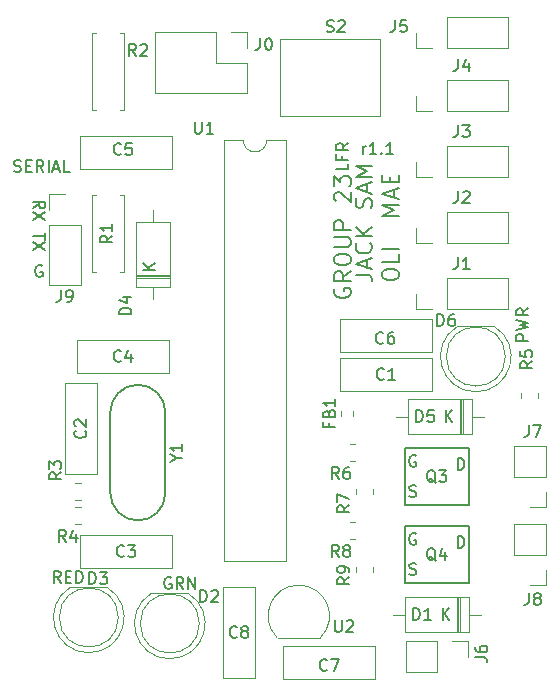
<source format=gbr>
%TF.GenerationSoftware,KiCad,Pcbnew,7.0.7*%
%TF.CreationDate,2023-09-24T14:06:49+13:00*%
%TF.ProjectId,MAIN BOARD,4d41494e-2042-44f4-9152-442e6b696361,rev?*%
%TF.SameCoordinates,Original*%
%TF.FileFunction,Legend,Top*%
%TF.FilePolarity,Positive*%
%FSLAX46Y46*%
G04 Gerber Fmt 4.6, Leading zero omitted, Abs format (unit mm)*
G04 Created by KiCad (PCBNEW 7.0.7) date 2023-09-24 14:06:49*
%MOMM*%
%LPD*%
G01*
G04 APERTURE LIST*
%ADD10C,0.150000*%
%ADD11C,0.160000*%
%ADD12C,0.120000*%
%ADD13C,0.200000*%
%ADD14C,0.127000*%
%ADD15C,0.100000*%
G04 APERTURE END LIST*
D10*
X130654588Y-88833438D02*
X130559350Y-88785819D01*
X130559350Y-88785819D02*
X130416493Y-88785819D01*
X130416493Y-88785819D02*
X130273636Y-88833438D01*
X130273636Y-88833438D02*
X130178398Y-88928676D01*
X130178398Y-88928676D02*
X130130779Y-89023914D01*
X130130779Y-89023914D02*
X130083160Y-89214390D01*
X130083160Y-89214390D02*
X130083160Y-89357247D01*
X130083160Y-89357247D02*
X130130779Y-89547723D01*
X130130779Y-89547723D02*
X130178398Y-89642961D01*
X130178398Y-89642961D02*
X130273636Y-89738200D01*
X130273636Y-89738200D02*
X130416493Y-89785819D01*
X130416493Y-89785819D02*
X130511731Y-89785819D01*
X130511731Y-89785819D02*
X130654588Y-89738200D01*
X130654588Y-89738200D02*
X130702207Y-89690580D01*
X130702207Y-89690580D02*
X130702207Y-89357247D01*
X130702207Y-89357247D02*
X130511731Y-89357247D01*
X132226207Y-115693819D02*
X131892874Y-115217628D01*
X131654779Y-115693819D02*
X131654779Y-114693819D01*
X131654779Y-114693819D02*
X132035731Y-114693819D01*
X132035731Y-114693819D02*
X132130969Y-114741438D01*
X132130969Y-114741438D02*
X132178588Y-114789057D01*
X132178588Y-114789057D02*
X132226207Y-114884295D01*
X132226207Y-114884295D02*
X132226207Y-115027152D01*
X132226207Y-115027152D02*
X132178588Y-115122390D01*
X132178588Y-115122390D02*
X132130969Y-115170009D01*
X132130969Y-115170009D02*
X132035731Y-115217628D01*
X132035731Y-115217628D02*
X131654779Y-115217628D01*
X132654779Y-115170009D02*
X132988112Y-115170009D01*
X133130969Y-115693819D02*
X132654779Y-115693819D01*
X132654779Y-115693819D02*
X132654779Y-114693819D01*
X132654779Y-114693819D02*
X133130969Y-114693819D01*
X133559541Y-115693819D02*
X133559541Y-114693819D01*
X133559541Y-114693819D02*
X133797636Y-114693819D01*
X133797636Y-114693819D02*
X133940493Y-114741438D01*
X133940493Y-114741438D02*
X134035731Y-114836676D01*
X134035731Y-114836676D02*
X134083350Y-114931914D01*
X134083350Y-114931914D02*
X134130969Y-115122390D01*
X134130969Y-115122390D02*
X134130969Y-115265247D01*
X134130969Y-115265247D02*
X134083350Y-115455723D01*
X134083350Y-115455723D02*
X134035731Y-115550961D01*
X134035731Y-115550961D02*
X133940493Y-115646200D01*
X133940493Y-115646200D02*
X133797636Y-115693819D01*
X133797636Y-115693819D02*
X133559541Y-115693819D01*
D11*
X157823358Y-79371299D02*
X157823358Y-78704632D01*
X157823358Y-78895108D02*
X157870977Y-78799870D01*
X157870977Y-78799870D02*
X157918596Y-78752251D01*
X157918596Y-78752251D02*
X158013834Y-78704632D01*
X158013834Y-78704632D02*
X158109072Y-78704632D01*
X158966215Y-79371299D02*
X158394787Y-79371299D01*
X158680501Y-79371299D02*
X158680501Y-78371299D01*
X158680501Y-78371299D02*
X158585263Y-78514156D01*
X158585263Y-78514156D02*
X158490025Y-78609394D01*
X158490025Y-78609394D02*
X158394787Y-78657013D01*
X159394787Y-79276060D02*
X159442406Y-79323680D01*
X159442406Y-79323680D02*
X159394787Y-79371299D01*
X159394787Y-79371299D02*
X159347168Y-79323680D01*
X159347168Y-79323680D02*
X159394787Y-79276060D01*
X159394787Y-79276060D02*
X159394787Y-79371299D01*
X160394786Y-79371299D02*
X159823358Y-79371299D01*
X160109072Y-79371299D02*
X160109072Y-78371299D01*
X160109072Y-78371299D02*
X160013834Y-78514156D01*
X160013834Y-78514156D02*
X159918596Y-78609394D01*
X159918596Y-78609394D02*
X159823358Y-78657013D01*
X157202346Y-89585403D02*
X158202346Y-89585403D01*
X158202346Y-89585403D02*
X158402346Y-89652070D01*
X158402346Y-89652070D02*
X158535680Y-89785403D01*
X158535680Y-89785403D02*
X158602346Y-89985403D01*
X158602346Y-89985403D02*
X158602346Y-90118737D01*
X158202346Y-88985403D02*
X158202346Y-88318736D01*
X158602346Y-89118736D02*
X157202346Y-88652070D01*
X157202346Y-88652070D02*
X158602346Y-88185403D01*
X158469013Y-86918736D02*
X158535680Y-86985403D01*
X158535680Y-86985403D02*
X158602346Y-87185403D01*
X158602346Y-87185403D02*
X158602346Y-87318736D01*
X158602346Y-87318736D02*
X158535680Y-87518736D01*
X158535680Y-87518736D02*
X158402346Y-87652070D01*
X158402346Y-87652070D02*
X158269013Y-87718736D01*
X158269013Y-87718736D02*
X158002346Y-87785403D01*
X158002346Y-87785403D02*
X157802346Y-87785403D01*
X157802346Y-87785403D02*
X157535680Y-87718736D01*
X157535680Y-87718736D02*
X157402346Y-87652070D01*
X157402346Y-87652070D02*
X157269013Y-87518736D01*
X157269013Y-87518736D02*
X157202346Y-87318736D01*
X157202346Y-87318736D02*
X157202346Y-87185403D01*
X157202346Y-87185403D02*
X157269013Y-86985403D01*
X157269013Y-86985403D02*
X157335680Y-86918736D01*
X158602346Y-86318736D02*
X157202346Y-86318736D01*
X158602346Y-85518736D02*
X157802346Y-86118736D01*
X157202346Y-85518736D02*
X158002346Y-86318736D01*
X158535680Y-83918736D02*
X158602346Y-83718736D01*
X158602346Y-83718736D02*
X158602346Y-83385403D01*
X158602346Y-83385403D02*
X158535680Y-83252069D01*
X158535680Y-83252069D02*
X158469013Y-83185403D01*
X158469013Y-83185403D02*
X158335680Y-83118736D01*
X158335680Y-83118736D02*
X158202346Y-83118736D01*
X158202346Y-83118736D02*
X158069013Y-83185403D01*
X158069013Y-83185403D02*
X158002346Y-83252069D01*
X158002346Y-83252069D02*
X157935680Y-83385403D01*
X157935680Y-83385403D02*
X157869013Y-83652069D01*
X157869013Y-83652069D02*
X157802346Y-83785403D01*
X157802346Y-83785403D02*
X157735680Y-83852069D01*
X157735680Y-83852069D02*
X157602346Y-83918736D01*
X157602346Y-83918736D02*
X157469013Y-83918736D01*
X157469013Y-83918736D02*
X157335680Y-83852069D01*
X157335680Y-83852069D02*
X157269013Y-83785403D01*
X157269013Y-83785403D02*
X157202346Y-83652069D01*
X157202346Y-83652069D02*
X157202346Y-83318736D01*
X157202346Y-83318736D02*
X157269013Y-83118736D01*
X158202346Y-82585403D02*
X158202346Y-81918736D01*
X158602346Y-82718736D02*
X157202346Y-82252070D01*
X157202346Y-82252070D02*
X158602346Y-81785403D01*
X158602346Y-81318736D02*
X157202346Y-81318736D01*
X157202346Y-81318736D02*
X158202346Y-80852070D01*
X158202346Y-80852070D02*
X157202346Y-80385403D01*
X157202346Y-80385403D02*
X158602346Y-80385403D01*
X159456346Y-89718737D02*
X159456346Y-89452070D01*
X159456346Y-89452070D02*
X159523013Y-89318737D01*
X159523013Y-89318737D02*
X159656346Y-89185403D01*
X159656346Y-89185403D02*
X159923013Y-89118737D01*
X159923013Y-89118737D02*
X160389680Y-89118737D01*
X160389680Y-89118737D02*
X160656346Y-89185403D01*
X160656346Y-89185403D02*
X160789680Y-89318737D01*
X160789680Y-89318737D02*
X160856346Y-89452070D01*
X160856346Y-89452070D02*
X160856346Y-89718737D01*
X160856346Y-89718737D02*
X160789680Y-89852070D01*
X160789680Y-89852070D02*
X160656346Y-89985403D01*
X160656346Y-89985403D02*
X160389680Y-90052070D01*
X160389680Y-90052070D02*
X159923013Y-90052070D01*
X159923013Y-90052070D02*
X159656346Y-89985403D01*
X159656346Y-89985403D02*
X159523013Y-89852070D01*
X159523013Y-89852070D02*
X159456346Y-89718737D01*
X160856346Y-87852070D02*
X160856346Y-88518736D01*
X160856346Y-88518736D02*
X159456346Y-88518736D01*
X160856346Y-87385403D02*
X159456346Y-87385403D01*
X160856346Y-84585402D02*
X159456346Y-84585402D01*
X159456346Y-84585402D02*
X160456346Y-84118736D01*
X160456346Y-84118736D02*
X159456346Y-83652069D01*
X159456346Y-83652069D02*
X160856346Y-83652069D01*
X160456346Y-83052069D02*
X160456346Y-82385402D01*
X160856346Y-83185402D02*
X159456346Y-82718736D01*
X159456346Y-82718736D02*
X160856346Y-82252069D01*
X160123013Y-81785402D02*
X160123013Y-81318736D01*
X160856346Y-81118736D02*
X160856346Y-81785402D01*
X160856346Y-81785402D02*
X159456346Y-81785402D01*
X159456346Y-81785402D02*
X159456346Y-81118736D01*
D10*
X171827819Y-95167220D02*
X170827819Y-95167220D01*
X170827819Y-95167220D02*
X170827819Y-94786268D01*
X170827819Y-94786268D02*
X170875438Y-94691030D01*
X170875438Y-94691030D02*
X170923057Y-94643411D01*
X170923057Y-94643411D02*
X171018295Y-94595792D01*
X171018295Y-94595792D02*
X171161152Y-94595792D01*
X171161152Y-94595792D02*
X171256390Y-94643411D01*
X171256390Y-94643411D02*
X171304009Y-94691030D01*
X171304009Y-94691030D02*
X171351628Y-94786268D01*
X171351628Y-94786268D02*
X171351628Y-95167220D01*
X170827819Y-94262458D02*
X171827819Y-94024363D01*
X171827819Y-94024363D02*
X171113533Y-93833887D01*
X171113533Y-93833887D02*
X171827819Y-93643411D01*
X171827819Y-93643411D02*
X170827819Y-93405316D01*
X171827819Y-92452935D02*
X171351628Y-92786268D01*
X171827819Y-93024363D02*
X170827819Y-93024363D01*
X170827819Y-93024363D02*
X170827819Y-92643411D01*
X170827819Y-92643411D02*
X170875438Y-92548173D01*
X170875438Y-92548173D02*
X170923057Y-92500554D01*
X170923057Y-92500554D02*
X171018295Y-92452935D01*
X171018295Y-92452935D02*
X171161152Y-92452935D01*
X171161152Y-92452935D02*
X171256390Y-92500554D01*
X171256390Y-92500554D02*
X171304009Y-92548173D01*
X171304009Y-92548173D02*
X171351628Y-92643411D01*
X171351628Y-92643411D02*
X171351628Y-93024363D01*
X128305160Y-80848200D02*
X128448017Y-80895819D01*
X128448017Y-80895819D02*
X128686112Y-80895819D01*
X128686112Y-80895819D02*
X128781350Y-80848200D01*
X128781350Y-80848200D02*
X128828969Y-80800580D01*
X128828969Y-80800580D02*
X128876588Y-80705342D01*
X128876588Y-80705342D02*
X128876588Y-80610104D01*
X128876588Y-80610104D02*
X128828969Y-80514866D01*
X128828969Y-80514866D02*
X128781350Y-80467247D01*
X128781350Y-80467247D02*
X128686112Y-80419628D01*
X128686112Y-80419628D02*
X128495636Y-80372009D01*
X128495636Y-80372009D02*
X128400398Y-80324390D01*
X128400398Y-80324390D02*
X128352779Y-80276771D01*
X128352779Y-80276771D02*
X128305160Y-80181533D01*
X128305160Y-80181533D02*
X128305160Y-80086295D01*
X128305160Y-80086295D02*
X128352779Y-79991057D01*
X128352779Y-79991057D02*
X128400398Y-79943438D01*
X128400398Y-79943438D02*
X128495636Y-79895819D01*
X128495636Y-79895819D02*
X128733731Y-79895819D01*
X128733731Y-79895819D02*
X128876588Y-79943438D01*
X129305160Y-80372009D02*
X129638493Y-80372009D01*
X129781350Y-80895819D02*
X129305160Y-80895819D01*
X129305160Y-80895819D02*
X129305160Y-79895819D01*
X129305160Y-79895819D02*
X129781350Y-79895819D01*
X130781350Y-80895819D02*
X130448017Y-80419628D01*
X130209922Y-80895819D02*
X130209922Y-79895819D01*
X130209922Y-79895819D02*
X130590874Y-79895819D01*
X130590874Y-79895819D02*
X130686112Y-79943438D01*
X130686112Y-79943438D02*
X130733731Y-79991057D01*
X130733731Y-79991057D02*
X130781350Y-80086295D01*
X130781350Y-80086295D02*
X130781350Y-80229152D01*
X130781350Y-80229152D02*
X130733731Y-80324390D01*
X130733731Y-80324390D02*
X130686112Y-80372009D01*
X130686112Y-80372009D02*
X130590874Y-80419628D01*
X130590874Y-80419628D02*
X130209922Y-80419628D01*
X131209922Y-80895819D02*
X131209922Y-79895819D01*
X131638493Y-80610104D02*
X132114683Y-80610104D01*
X131543255Y-80895819D02*
X131876588Y-79895819D01*
X131876588Y-79895819D02*
X132209921Y-80895819D01*
X133019445Y-80895819D02*
X132543255Y-80895819D01*
X132543255Y-80895819D02*
X132543255Y-79895819D01*
X130924180Y-86045922D02*
X130924180Y-86617350D01*
X129924180Y-86331636D02*
X130924180Y-86331636D01*
X130924180Y-86855446D02*
X129924180Y-87522112D01*
X130924180Y-87522112D02*
X129924180Y-86855446D01*
D11*
X155459013Y-90776070D02*
X155392346Y-90909403D01*
X155392346Y-90909403D02*
X155392346Y-91109403D01*
X155392346Y-91109403D02*
X155459013Y-91309403D01*
X155459013Y-91309403D02*
X155592346Y-91442737D01*
X155592346Y-91442737D02*
X155725680Y-91509403D01*
X155725680Y-91509403D02*
X155992346Y-91576070D01*
X155992346Y-91576070D02*
X156192346Y-91576070D01*
X156192346Y-91576070D02*
X156459013Y-91509403D01*
X156459013Y-91509403D02*
X156592346Y-91442737D01*
X156592346Y-91442737D02*
X156725680Y-91309403D01*
X156725680Y-91309403D02*
X156792346Y-91109403D01*
X156792346Y-91109403D02*
X156792346Y-90976070D01*
X156792346Y-90976070D02*
X156725680Y-90776070D01*
X156725680Y-90776070D02*
X156659013Y-90709403D01*
X156659013Y-90709403D02*
X156192346Y-90709403D01*
X156192346Y-90709403D02*
X156192346Y-90976070D01*
X156792346Y-89309403D02*
X156125680Y-89776070D01*
X156792346Y-90109403D02*
X155392346Y-90109403D01*
X155392346Y-90109403D02*
X155392346Y-89576070D01*
X155392346Y-89576070D02*
X155459013Y-89442737D01*
X155459013Y-89442737D02*
X155525680Y-89376070D01*
X155525680Y-89376070D02*
X155659013Y-89309403D01*
X155659013Y-89309403D02*
X155859013Y-89309403D01*
X155859013Y-89309403D02*
X155992346Y-89376070D01*
X155992346Y-89376070D02*
X156059013Y-89442737D01*
X156059013Y-89442737D02*
X156125680Y-89576070D01*
X156125680Y-89576070D02*
X156125680Y-90109403D01*
X155392346Y-88442737D02*
X155392346Y-88176070D01*
X155392346Y-88176070D02*
X155459013Y-88042737D01*
X155459013Y-88042737D02*
X155592346Y-87909403D01*
X155592346Y-87909403D02*
X155859013Y-87842737D01*
X155859013Y-87842737D02*
X156325680Y-87842737D01*
X156325680Y-87842737D02*
X156592346Y-87909403D01*
X156592346Y-87909403D02*
X156725680Y-88042737D01*
X156725680Y-88042737D02*
X156792346Y-88176070D01*
X156792346Y-88176070D02*
X156792346Y-88442737D01*
X156792346Y-88442737D02*
X156725680Y-88576070D01*
X156725680Y-88576070D02*
X156592346Y-88709403D01*
X156592346Y-88709403D02*
X156325680Y-88776070D01*
X156325680Y-88776070D02*
X155859013Y-88776070D01*
X155859013Y-88776070D02*
X155592346Y-88709403D01*
X155592346Y-88709403D02*
X155459013Y-88576070D01*
X155459013Y-88576070D02*
X155392346Y-88442737D01*
X155392346Y-87242736D02*
X156525680Y-87242736D01*
X156525680Y-87242736D02*
X156659013Y-87176070D01*
X156659013Y-87176070D02*
X156725680Y-87109403D01*
X156725680Y-87109403D02*
X156792346Y-86976070D01*
X156792346Y-86976070D02*
X156792346Y-86709403D01*
X156792346Y-86709403D02*
X156725680Y-86576070D01*
X156725680Y-86576070D02*
X156659013Y-86509403D01*
X156659013Y-86509403D02*
X156525680Y-86442736D01*
X156525680Y-86442736D02*
X155392346Y-86442736D01*
X156792346Y-85776069D02*
X155392346Y-85776069D01*
X155392346Y-85776069D02*
X155392346Y-85242736D01*
X155392346Y-85242736D02*
X155459013Y-85109403D01*
X155459013Y-85109403D02*
X155525680Y-85042736D01*
X155525680Y-85042736D02*
X155659013Y-84976069D01*
X155659013Y-84976069D02*
X155859013Y-84976069D01*
X155859013Y-84976069D02*
X155992346Y-85042736D01*
X155992346Y-85042736D02*
X156059013Y-85109403D01*
X156059013Y-85109403D02*
X156125680Y-85242736D01*
X156125680Y-85242736D02*
X156125680Y-85776069D01*
X155525680Y-83376069D02*
X155459013Y-83309402D01*
X155459013Y-83309402D02*
X155392346Y-83176069D01*
X155392346Y-83176069D02*
X155392346Y-82842736D01*
X155392346Y-82842736D02*
X155459013Y-82709402D01*
X155459013Y-82709402D02*
X155525680Y-82642736D01*
X155525680Y-82642736D02*
X155659013Y-82576069D01*
X155659013Y-82576069D02*
X155792346Y-82576069D01*
X155792346Y-82576069D02*
X155992346Y-82642736D01*
X155992346Y-82642736D02*
X156792346Y-83442736D01*
X156792346Y-83442736D02*
X156792346Y-82576069D01*
X155392346Y-82109403D02*
X155392346Y-81242736D01*
X155392346Y-81242736D02*
X155925680Y-81709403D01*
X155925680Y-81709403D02*
X155925680Y-81509403D01*
X155925680Y-81509403D02*
X155992346Y-81376069D01*
X155992346Y-81376069D02*
X156059013Y-81309403D01*
X156059013Y-81309403D02*
X156192346Y-81242736D01*
X156192346Y-81242736D02*
X156525680Y-81242736D01*
X156525680Y-81242736D02*
X156659013Y-81309403D01*
X156659013Y-81309403D02*
X156725680Y-81376069D01*
X156725680Y-81376069D02*
X156792346Y-81509403D01*
X156792346Y-81509403D02*
X156792346Y-81909403D01*
X156792346Y-81909403D02*
X156725680Y-82042736D01*
X156725680Y-82042736D02*
X156659013Y-82109403D01*
D10*
X141576588Y-115249438D02*
X141481350Y-115201819D01*
X141481350Y-115201819D02*
X141338493Y-115201819D01*
X141338493Y-115201819D02*
X141195636Y-115249438D01*
X141195636Y-115249438D02*
X141100398Y-115344676D01*
X141100398Y-115344676D02*
X141052779Y-115439914D01*
X141052779Y-115439914D02*
X141005160Y-115630390D01*
X141005160Y-115630390D02*
X141005160Y-115773247D01*
X141005160Y-115773247D02*
X141052779Y-115963723D01*
X141052779Y-115963723D02*
X141100398Y-116058961D01*
X141100398Y-116058961D02*
X141195636Y-116154200D01*
X141195636Y-116154200D02*
X141338493Y-116201819D01*
X141338493Y-116201819D02*
X141433731Y-116201819D01*
X141433731Y-116201819D02*
X141576588Y-116154200D01*
X141576588Y-116154200D02*
X141624207Y-116106580D01*
X141624207Y-116106580D02*
X141624207Y-115773247D01*
X141624207Y-115773247D02*
X141433731Y-115773247D01*
X142624207Y-116201819D02*
X142290874Y-115725628D01*
X142052779Y-116201819D02*
X142052779Y-115201819D01*
X142052779Y-115201819D02*
X142433731Y-115201819D01*
X142433731Y-115201819D02*
X142528969Y-115249438D01*
X142528969Y-115249438D02*
X142576588Y-115297057D01*
X142576588Y-115297057D02*
X142624207Y-115392295D01*
X142624207Y-115392295D02*
X142624207Y-115535152D01*
X142624207Y-115535152D02*
X142576588Y-115630390D01*
X142576588Y-115630390D02*
X142528969Y-115678009D01*
X142528969Y-115678009D02*
X142433731Y-115725628D01*
X142433731Y-115725628D02*
X142052779Y-115725628D01*
X143052779Y-116201819D02*
X143052779Y-115201819D01*
X143052779Y-115201819D02*
X143624207Y-116201819D01*
X143624207Y-116201819D02*
X143624207Y-115201819D01*
D11*
X156587299Y-80206451D02*
X156587299Y-80682641D01*
X156587299Y-80682641D02*
X155587299Y-80682641D01*
X156063489Y-79539784D02*
X156063489Y-79873117D01*
X156587299Y-79873117D02*
X155587299Y-79873117D01*
X155587299Y-79873117D02*
X155587299Y-79396927D01*
X156587299Y-78444546D02*
X156111108Y-78777879D01*
X156587299Y-79015974D02*
X155587299Y-79015974D01*
X155587299Y-79015974D02*
X155587299Y-78635022D01*
X155587299Y-78635022D02*
X155634918Y-78539784D01*
X155634918Y-78539784D02*
X155682537Y-78492165D01*
X155682537Y-78492165D02*
X155777775Y-78444546D01*
X155777775Y-78444546D02*
X155920632Y-78444546D01*
X155920632Y-78444546D02*
X156015870Y-78492165D01*
X156015870Y-78492165D02*
X156063489Y-78539784D01*
X156063489Y-78539784D02*
X156111108Y-78635022D01*
X156111108Y-78635022D02*
X156111108Y-79015974D01*
D10*
X129924180Y-83966207D02*
X130400371Y-83632874D01*
X129924180Y-83394779D02*
X130924180Y-83394779D01*
X130924180Y-83394779D02*
X130924180Y-83775731D01*
X130924180Y-83775731D02*
X130876561Y-83870969D01*
X130876561Y-83870969D02*
X130828942Y-83918588D01*
X130828942Y-83918588D02*
X130733704Y-83966207D01*
X130733704Y-83966207D02*
X130590847Y-83966207D01*
X130590847Y-83966207D02*
X130495609Y-83918588D01*
X130495609Y-83918588D02*
X130447990Y-83870969D01*
X130447990Y-83870969D02*
X130400371Y-83775731D01*
X130400371Y-83775731D02*
X130400371Y-83394779D01*
X130924180Y-84299541D02*
X129924180Y-84966207D01*
X130924180Y-84966207D02*
X129924180Y-84299541D01*
X154773333Y-123041580D02*
X154725714Y-123089200D01*
X154725714Y-123089200D02*
X154582857Y-123136819D01*
X154582857Y-123136819D02*
X154487619Y-123136819D01*
X154487619Y-123136819D02*
X154344762Y-123089200D01*
X154344762Y-123089200D02*
X154249524Y-122993961D01*
X154249524Y-122993961D02*
X154201905Y-122898723D01*
X154201905Y-122898723D02*
X154154286Y-122708247D01*
X154154286Y-122708247D02*
X154154286Y-122565390D01*
X154154286Y-122565390D02*
X154201905Y-122374914D01*
X154201905Y-122374914D02*
X154249524Y-122279676D01*
X154249524Y-122279676D02*
X154344762Y-122184438D01*
X154344762Y-122184438D02*
X154487619Y-122136819D01*
X154487619Y-122136819D02*
X154582857Y-122136819D01*
X154582857Y-122136819D02*
X154725714Y-122184438D01*
X154725714Y-122184438D02*
X154773333Y-122232057D01*
X155106667Y-122136819D02*
X155773333Y-122136819D01*
X155773333Y-122136819D02*
X155344762Y-123136819D01*
X167348819Y-121999333D02*
X168063104Y-121999333D01*
X168063104Y-121999333D02*
X168205961Y-122046952D01*
X168205961Y-122046952D02*
X168301200Y-122142190D01*
X168301200Y-122142190D02*
X168348819Y-122285047D01*
X168348819Y-122285047D02*
X168348819Y-122380285D01*
X167348819Y-121094571D02*
X167348819Y-121285047D01*
X167348819Y-121285047D02*
X167396438Y-121380285D01*
X167396438Y-121380285D02*
X167444057Y-121427904D01*
X167444057Y-121427904D02*
X167586914Y-121523142D01*
X167586914Y-121523142D02*
X167777390Y-121570761D01*
X167777390Y-121570761D02*
X168158342Y-121570761D01*
X168158342Y-121570761D02*
X168253580Y-121523142D01*
X168253580Y-121523142D02*
X168301200Y-121475523D01*
X168301200Y-121475523D02*
X168348819Y-121380285D01*
X168348819Y-121380285D02*
X168348819Y-121189809D01*
X168348819Y-121189809D02*
X168301200Y-121094571D01*
X168301200Y-121094571D02*
X168253580Y-121046952D01*
X168253580Y-121046952D02*
X168158342Y-120999333D01*
X168158342Y-120999333D02*
X167920247Y-120999333D01*
X167920247Y-120999333D02*
X167825009Y-121046952D01*
X167825009Y-121046952D02*
X167777390Y-121094571D01*
X167777390Y-121094571D02*
X167729771Y-121189809D01*
X167729771Y-121189809D02*
X167729771Y-121380285D01*
X167729771Y-121380285D02*
X167777390Y-121475523D01*
X167777390Y-121475523D02*
X167825009Y-121523142D01*
X167825009Y-121523142D02*
X167920247Y-121570761D01*
X159549333Y-95347580D02*
X159501714Y-95395200D01*
X159501714Y-95395200D02*
X159358857Y-95442819D01*
X159358857Y-95442819D02*
X159263619Y-95442819D01*
X159263619Y-95442819D02*
X159120762Y-95395200D01*
X159120762Y-95395200D02*
X159025524Y-95299961D01*
X159025524Y-95299961D02*
X158977905Y-95204723D01*
X158977905Y-95204723D02*
X158930286Y-95014247D01*
X158930286Y-95014247D02*
X158930286Y-94871390D01*
X158930286Y-94871390D02*
X158977905Y-94680914D01*
X158977905Y-94680914D02*
X159025524Y-94585676D01*
X159025524Y-94585676D02*
X159120762Y-94490438D01*
X159120762Y-94490438D02*
X159263619Y-94442819D01*
X159263619Y-94442819D02*
X159358857Y-94442819D01*
X159358857Y-94442819D02*
X159501714Y-94490438D01*
X159501714Y-94490438D02*
X159549333Y-94538057D01*
X160406476Y-94442819D02*
X160216000Y-94442819D01*
X160216000Y-94442819D02*
X160120762Y-94490438D01*
X160120762Y-94490438D02*
X160073143Y-94538057D01*
X160073143Y-94538057D02*
X159977905Y-94680914D01*
X159977905Y-94680914D02*
X159930286Y-94871390D01*
X159930286Y-94871390D02*
X159930286Y-95252342D01*
X159930286Y-95252342D02*
X159977905Y-95347580D01*
X159977905Y-95347580D02*
X160025524Y-95395200D01*
X160025524Y-95395200D02*
X160120762Y-95442819D01*
X160120762Y-95442819D02*
X160311238Y-95442819D01*
X160311238Y-95442819D02*
X160406476Y-95395200D01*
X160406476Y-95395200D02*
X160454095Y-95347580D01*
X160454095Y-95347580D02*
X160501714Y-95252342D01*
X160501714Y-95252342D02*
X160501714Y-95014247D01*
X160501714Y-95014247D02*
X160454095Y-94919009D01*
X160454095Y-94919009D02*
X160406476Y-94871390D01*
X160406476Y-94871390D02*
X160311238Y-94823771D01*
X160311238Y-94823771D02*
X160120762Y-94823771D01*
X160120762Y-94823771D02*
X160025524Y-94871390D01*
X160025524Y-94871390D02*
X159977905Y-94919009D01*
X159977905Y-94919009D02*
X159930286Y-95014247D01*
X134643905Y-115770819D02*
X134643905Y-114770819D01*
X134643905Y-114770819D02*
X134882000Y-114770819D01*
X134882000Y-114770819D02*
X135024857Y-114818438D01*
X135024857Y-114818438D02*
X135120095Y-114913676D01*
X135120095Y-114913676D02*
X135167714Y-115008914D01*
X135167714Y-115008914D02*
X135215333Y-115199390D01*
X135215333Y-115199390D02*
X135215333Y-115342247D01*
X135215333Y-115342247D02*
X135167714Y-115532723D01*
X135167714Y-115532723D02*
X135120095Y-115627961D01*
X135120095Y-115627961D02*
X135024857Y-115723200D01*
X135024857Y-115723200D02*
X134882000Y-115770819D01*
X134882000Y-115770819D02*
X134643905Y-115770819D01*
X135548667Y-114770819D02*
X136167714Y-114770819D01*
X136167714Y-114770819D02*
X135834381Y-115151771D01*
X135834381Y-115151771D02*
X135977238Y-115151771D01*
X135977238Y-115151771D02*
X136072476Y-115199390D01*
X136072476Y-115199390D02*
X136120095Y-115247009D01*
X136120095Y-115247009D02*
X136167714Y-115342247D01*
X136167714Y-115342247D02*
X136167714Y-115580342D01*
X136167714Y-115580342D02*
X136120095Y-115675580D01*
X136120095Y-115675580D02*
X136072476Y-115723200D01*
X136072476Y-115723200D02*
X135977238Y-115770819D01*
X135977238Y-115770819D02*
X135691524Y-115770819D01*
X135691524Y-115770819D02*
X135596286Y-115723200D01*
X135596286Y-115723200D02*
X135548667Y-115675580D01*
X132254666Y-90894819D02*
X132254666Y-91609104D01*
X132254666Y-91609104D02*
X132207047Y-91751961D01*
X132207047Y-91751961D02*
X132111809Y-91847200D01*
X132111809Y-91847200D02*
X131968952Y-91894819D01*
X131968952Y-91894819D02*
X131873714Y-91894819D01*
X132778476Y-91894819D02*
X132968952Y-91894819D01*
X132968952Y-91894819D02*
X133064190Y-91847200D01*
X133064190Y-91847200D02*
X133111809Y-91799580D01*
X133111809Y-91799580D02*
X133207047Y-91656723D01*
X133207047Y-91656723D02*
X133254666Y-91466247D01*
X133254666Y-91466247D02*
X133254666Y-91085295D01*
X133254666Y-91085295D02*
X133207047Y-90990057D01*
X133207047Y-90990057D02*
X133159428Y-90942438D01*
X133159428Y-90942438D02*
X133064190Y-90894819D01*
X133064190Y-90894819D02*
X132873714Y-90894819D01*
X132873714Y-90894819D02*
X132778476Y-90942438D01*
X132778476Y-90942438D02*
X132730857Y-90990057D01*
X132730857Y-90990057D02*
X132683238Y-91085295D01*
X132683238Y-91085295D02*
X132683238Y-91323390D01*
X132683238Y-91323390D02*
X132730857Y-91418628D01*
X132730857Y-91418628D02*
X132778476Y-91466247D01*
X132778476Y-91466247D02*
X132873714Y-91513866D01*
X132873714Y-91513866D02*
X133064190Y-91513866D01*
X133064190Y-91513866D02*
X133159428Y-91466247D01*
X133159428Y-91466247D02*
X133207047Y-91418628D01*
X133207047Y-91418628D02*
X133254666Y-91323390D01*
X134307580Y-102790666D02*
X134355200Y-102838285D01*
X134355200Y-102838285D02*
X134402819Y-102981142D01*
X134402819Y-102981142D02*
X134402819Y-103076380D01*
X134402819Y-103076380D02*
X134355200Y-103219237D01*
X134355200Y-103219237D02*
X134259961Y-103314475D01*
X134259961Y-103314475D02*
X134164723Y-103362094D01*
X134164723Y-103362094D02*
X133974247Y-103409713D01*
X133974247Y-103409713D02*
X133831390Y-103409713D01*
X133831390Y-103409713D02*
X133640914Y-103362094D01*
X133640914Y-103362094D02*
X133545676Y-103314475D01*
X133545676Y-103314475D02*
X133450438Y-103219237D01*
X133450438Y-103219237D02*
X133402819Y-103076380D01*
X133402819Y-103076380D02*
X133402819Y-102981142D01*
X133402819Y-102981142D02*
X133450438Y-102838285D01*
X133450438Y-102838285D02*
X133498057Y-102790666D01*
X133498057Y-102409713D02*
X133450438Y-102362094D01*
X133450438Y-102362094D02*
X133402819Y-102266856D01*
X133402819Y-102266856D02*
X133402819Y-102028761D01*
X133402819Y-102028761D02*
X133450438Y-101933523D01*
X133450438Y-101933523D02*
X133498057Y-101885904D01*
X133498057Y-101885904D02*
X133593295Y-101838285D01*
X133593295Y-101838285D02*
X133688533Y-101838285D01*
X133688533Y-101838285D02*
X133831390Y-101885904D01*
X133831390Y-101885904D02*
X134402819Y-102457332D01*
X134402819Y-102457332D02*
X134402819Y-101838285D01*
X171878666Y-116548819D02*
X171878666Y-117263104D01*
X171878666Y-117263104D02*
X171831047Y-117405961D01*
X171831047Y-117405961D02*
X171735809Y-117501200D01*
X171735809Y-117501200D02*
X171592952Y-117548819D01*
X171592952Y-117548819D02*
X171497714Y-117548819D01*
X172497714Y-116977390D02*
X172402476Y-116929771D01*
X172402476Y-116929771D02*
X172354857Y-116882152D01*
X172354857Y-116882152D02*
X172307238Y-116786914D01*
X172307238Y-116786914D02*
X172307238Y-116739295D01*
X172307238Y-116739295D02*
X172354857Y-116644057D01*
X172354857Y-116644057D02*
X172402476Y-116596438D01*
X172402476Y-116596438D02*
X172497714Y-116548819D01*
X172497714Y-116548819D02*
X172688190Y-116548819D01*
X172688190Y-116548819D02*
X172783428Y-116596438D01*
X172783428Y-116596438D02*
X172831047Y-116644057D01*
X172831047Y-116644057D02*
X172878666Y-116739295D01*
X172878666Y-116739295D02*
X172878666Y-116786914D01*
X172878666Y-116786914D02*
X172831047Y-116882152D01*
X172831047Y-116882152D02*
X172783428Y-116929771D01*
X172783428Y-116929771D02*
X172688190Y-116977390D01*
X172688190Y-116977390D02*
X172497714Y-116977390D01*
X172497714Y-116977390D02*
X172402476Y-117025009D01*
X172402476Y-117025009D02*
X172354857Y-117072628D01*
X172354857Y-117072628D02*
X172307238Y-117167866D01*
X172307238Y-117167866D02*
X172307238Y-117358342D01*
X172307238Y-117358342D02*
X172354857Y-117453580D01*
X172354857Y-117453580D02*
X172402476Y-117501200D01*
X172402476Y-117501200D02*
X172497714Y-117548819D01*
X172497714Y-117548819D02*
X172688190Y-117548819D01*
X172688190Y-117548819D02*
X172783428Y-117501200D01*
X172783428Y-117501200D02*
X172831047Y-117453580D01*
X172831047Y-117453580D02*
X172878666Y-117358342D01*
X172878666Y-117358342D02*
X172878666Y-117167866D01*
X172878666Y-117167866D02*
X172831047Y-117072628D01*
X172831047Y-117072628D02*
X172783428Y-117025009D01*
X172783428Y-117025009D02*
X172688190Y-116977390D01*
X162075905Y-118818819D02*
X162075905Y-117818819D01*
X162075905Y-117818819D02*
X162314000Y-117818819D01*
X162314000Y-117818819D02*
X162456857Y-117866438D01*
X162456857Y-117866438D02*
X162552095Y-117961676D01*
X162552095Y-117961676D02*
X162599714Y-118056914D01*
X162599714Y-118056914D02*
X162647333Y-118247390D01*
X162647333Y-118247390D02*
X162647333Y-118390247D01*
X162647333Y-118390247D02*
X162599714Y-118580723D01*
X162599714Y-118580723D02*
X162552095Y-118675961D01*
X162552095Y-118675961D02*
X162456857Y-118771200D01*
X162456857Y-118771200D02*
X162314000Y-118818819D01*
X162314000Y-118818819D02*
X162075905Y-118818819D01*
X163599714Y-118818819D02*
X163028286Y-118818819D01*
X163314000Y-118818819D02*
X163314000Y-117818819D01*
X163314000Y-117818819D02*
X163218762Y-117961676D01*
X163218762Y-117961676D02*
X163123524Y-118056914D01*
X163123524Y-118056914D02*
X163028286Y-118104533D01*
X164584095Y-118818819D02*
X164584095Y-117818819D01*
X165155523Y-118818819D02*
X164726952Y-118247390D01*
X165155523Y-117818819D02*
X164584095Y-118390247D01*
X165872666Y-88108819D02*
X165872666Y-88823104D01*
X165872666Y-88823104D02*
X165825047Y-88965961D01*
X165825047Y-88965961D02*
X165729809Y-89061200D01*
X165729809Y-89061200D02*
X165586952Y-89108819D01*
X165586952Y-89108819D02*
X165491714Y-89108819D01*
X166872666Y-89108819D02*
X166301238Y-89108819D01*
X166586952Y-89108819D02*
X166586952Y-88108819D01*
X166586952Y-88108819D02*
X166491714Y-88251676D01*
X166491714Y-88251676D02*
X166396476Y-88346914D01*
X166396476Y-88346914D02*
X166301238Y-88394533D01*
X155789333Y-113484819D02*
X155456000Y-113008628D01*
X155217905Y-113484819D02*
X155217905Y-112484819D01*
X155217905Y-112484819D02*
X155598857Y-112484819D01*
X155598857Y-112484819D02*
X155694095Y-112532438D01*
X155694095Y-112532438D02*
X155741714Y-112580057D01*
X155741714Y-112580057D02*
X155789333Y-112675295D01*
X155789333Y-112675295D02*
X155789333Y-112818152D01*
X155789333Y-112818152D02*
X155741714Y-112913390D01*
X155741714Y-112913390D02*
X155694095Y-112961009D01*
X155694095Y-112961009D02*
X155598857Y-113008628D01*
X155598857Y-113008628D02*
X155217905Y-113008628D01*
X156360762Y-112913390D02*
X156265524Y-112865771D01*
X156265524Y-112865771D02*
X156217905Y-112818152D01*
X156217905Y-112818152D02*
X156170286Y-112722914D01*
X156170286Y-112722914D02*
X156170286Y-112675295D01*
X156170286Y-112675295D02*
X156217905Y-112580057D01*
X156217905Y-112580057D02*
X156265524Y-112532438D01*
X156265524Y-112532438D02*
X156360762Y-112484819D01*
X156360762Y-112484819D02*
X156551238Y-112484819D01*
X156551238Y-112484819D02*
X156646476Y-112532438D01*
X156646476Y-112532438D02*
X156694095Y-112580057D01*
X156694095Y-112580057D02*
X156741714Y-112675295D01*
X156741714Y-112675295D02*
X156741714Y-112722914D01*
X156741714Y-112722914D02*
X156694095Y-112818152D01*
X156694095Y-112818152D02*
X156646476Y-112865771D01*
X156646476Y-112865771D02*
X156551238Y-112913390D01*
X156551238Y-112913390D02*
X156360762Y-112913390D01*
X156360762Y-112913390D02*
X156265524Y-112961009D01*
X156265524Y-112961009D02*
X156217905Y-113008628D01*
X156217905Y-113008628D02*
X156170286Y-113103866D01*
X156170286Y-113103866D02*
X156170286Y-113294342D01*
X156170286Y-113294342D02*
X156217905Y-113389580D01*
X156217905Y-113389580D02*
X156265524Y-113437200D01*
X156265524Y-113437200D02*
X156360762Y-113484819D01*
X156360762Y-113484819D02*
X156551238Y-113484819D01*
X156551238Y-113484819D02*
X156646476Y-113437200D01*
X156646476Y-113437200D02*
X156694095Y-113389580D01*
X156694095Y-113389580D02*
X156741714Y-113294342D01*
X156741714Y-113294342D02*
X156741714Y-113103866D01*
X156741714Y-113103866D02*
X156694095Y-113008628D01*
X156694095Y-113008628D02*
X156646476Y-112961009D01*
X156646476Y-112961009D02*
X156551238Y-112913390D01*
X162329905Y-102054819D02*
X162329905Y-101054819D01*
X162329905Y-101054819D02*
X162568000Y-101054819D01*
X162568000Y-101054819D02*
X162710857Y-101102438D01*
X162710857Y-101102438D02*
X162806095Y-101197676D01*
X162806095Y-101197676D02*
X162853714Y-101292914D01*
X162853714Y-101292914D02*
X162901333Y-101483390D01*
X162901333Y-101483390D02*
X162901333Y-101626247D01*
X162901333Y-101626247D02*
X162853714Y-101816723D01*
X162853714Y-101816723D02*
X162806095Y-101911961D01*
X162806095Y-101911961D02*
X162710857Y-102007200D01*
X162710857Y-102007200D02*
X162568000Y-102054819D01*
X162568000Y-102054819D02*
X162329905Y-102054819D01*
X163806095Y-101054819D02*
X163329905Y-101054819D01*
X163329905Y-101054819D02*
X163282286Y-101531009D01*
X163282286Y-101531009D02*
X163329905Y-101483390D01*
X163329905Y-101483390D02*
X163425143Y-101435771D01*
X163425143Y-101435771D02*
X163663238Y-101435771D01*
X163663238Y-101435771D02*
X163758476Y-101483390D01*
X163758476Y-101483390D02*
X163806095Y-101531009D01*
X163806095Y-101531009D02*
X163853714Y-101626247D01*
X163853714Y-101626247D02*
X163853714Y-101864342D01*
X163853714Y-101864342D02*
X163806095Y-101959580D01*
X163806095Y-101959580D02*
X163758476Y-102007200D01*
X163758476Y-102007200D02*
X163663238Y-102054819D01*
X163663238Y-102054819D02*
X163425143Y-102054819D01*
X163425143Y-102054819D02*
X163329905Y-102007200D01*
X163329905Y-102007200D02*
X163282286Y-101959580D01*
X164838095Y-102054819D02*
X164838095Y-101054819D01*
X165409523Y-102054819D02*
X164980952Y-101483390D01*
X165409523Y-101054819D02*
X164838095Y-101626247D01*
X164107905Y-93926819D02*
X164107905Y-92926819D01*
X164107905Y-92926819D02*
X164346000Y-92926819D01*
X164346000Y-92926819D02*
X164488857Y-92974438D01*
X164488857Y-92974438D02*
X164584095Y-93069676D01*
X164584095Y-93069676D02*
X164631714Y-93164914D01*
X164631714Y-93164914D02*
X164679333Y-93355390D01*
X164679333Y-93355390D02*
X164679333Y-93498247D01*
X164679333Y-93498247D02*
X164631714Y-93688723D01*
X164631714Y-93688723D02*
X164584095Y-93783961D01*
X164584095Y-93783961D02*
X164488857Y-93879200D01*
X164488857Y-93879200D02*
X164346000Y-93926819D01*
X164346000Y-93926819D02*
X164107905Y-93926819D01*
X165536476Y-92926819D02*
X165346000Y-92926819D01*
X165346000Y-92926819D02*
X165250762Y-92974438D01*
X165250762Y-92974438D02*
X165203143Y-93022057D01*
X165203143Y-93022057D02*
X165107905Y-93164914D01*
X165107905Y-93164914D02*
X165060286Y-93355390D01*
X165060286Y-93355390D02*
X165060286Y-93736342D01*
X165060286Y-93736342D02*
X165107905Y-93831580D01*
X165107905Y-93831580D02*
X165155524Y-93879200D01*
X165155524Y-93879200D02*
X165250762Y-93926819D01*
X165250762Y-93926819D02*
X165441238Y-93926819D01*
X165441238Y-93926819D02*
X165536476Y-93879200D01*
X165536476Y-93879200D02*
X165584095Y-93831580D01*
X165584095Y-93831580D02*
X165631714Y-93736342D01*
X165631714Y-93736342D02*
X165631714Y-93498247D01*
X165631714Y-93498247D02*
X165584095Y-93403009D01*
X165584095Y-93403009D02*
X165536476Y-93355390D01*
X165536476Y-93355390D02*
X165441238Y-93307771D01*
X165441238Y-93307771D02*
X165250762Y-93307771D01*
X165250762Y-93307771D02*
X165155524Y-93355390D01*
X165155524Y-93355390D02*
X165107905Y-93403009D01*
X165107905Y-93403009D02*
X165060286Y-93498247D01*
X159599333Y-98403580D02*
X159551714Y-98451200D01*
X159551714Y-98451200D02*
X159408857Y-98498819D01*
X159408857Y-98498819D02*
X159313619Y-98498819D01*
X159313619Y-98498819D02*
X159170762Y-98451200D01*
X159170762Y-98451200D02*
X159075524Y-98355961D01*
X159075524Y-98355961D02*
X159027905Y-98260723D01*
X159027905Y-98260723D02*
X158980286Y-98070247D01*
X158980286Y-98070247D02*
X158980286Y-97927390D01*
X158980286Y-97927390D02*
X159027905Y-97736914D01*
X159027905Y-97736914D02*
X159075524Y-97641676D01*
X159075524Y-97641676D02*
X159170762Y-97546438D01*
X159170762Y-97546438D02*
X159313619Y-97498819D01*
X159313619Y-97498819D02*
X159408857Y-97498819D01*
X159408857Y-97498819D02*
X159551714Y-97546438D01*
X159551714Y-97546438D02*
X159599333Y-97594057D01*
X160551714Y-98498819D02*
X159980286Y-98498819D01*
X160266000Y-98498819D02*
X160266000Y-97498819D01*
X160266000Y-97498819D02*
X160170762Y-97641676D01*
X160170762Y-97641676D02*
X160075524Y-97736914D01*
X160075524Y-97736914D02*
X159980286Y-97784533D01*
X155789333Y-106880819D02*
X155456000Y-106404628D01*
X155217905Y-106880819D02*
X155217905Y-105880819D01*
X155217905Y-105880819D02*
X155598857Y-105880819D01*
X155598857Y-105880819D02*
X155694095Y-105928438D01*
X155694095Y-105928438D02*
X155741714Y-105976057D01*
X155741714Y-105976057D02*
X155789333Y-106071295D01*
X155789333Y-106071295D02*
X155789333Y-106214152D01*
X155789333Y-106214152D02*
X155741714Y-106309390D01*
X155741714Y-106309390D02*
X155694095Y-106357009D01*
X155694095Y-106357009D02*
X155598857Y-106404628D01*
X155598857Y-106404628D02*
X155217905Y-106404628D01*
X156646476Y-105880819D02*
X156456000Y-105880819D01*
X156456000Y-105880819D02*
X156360762Y-105928438D01*
X156360762Y-105928438D02*
X156313143Y-105976057D01*
X156313143Y-105976057D02*
X156217905Y-106118914D01*
X156217905Y-106118914D02*
X156170286Y-106309390D01*
X156170286Y-106309390D02*
X156170286Y-106690342D01*
X156170286Y-106690342D02*
X156217905Y-106785580D01*
X156217905Y-106785580D02*
X156265524Y-106833200D01*
X156265524Y-106833200D02*
X156360762Y-106880819D01*
X156360762Y-106880819D02*
X156551238Y-106880819D01*
X156551238Y-106880819D02*
X156646476Y-106833200D01*
X156646476Y-106833200D02*
X156694095Y-106785580D01*
X156694095Y-106785580D02*
X156741714Y-106690342D01*
X156741714Y-106690342D02*
X156741714Y-106452247D01*
X156741714Y-106452247D02*
X156694095Y-106357009D01*
X156694095Y-106357009D02*
X156646476Y-106309390D01*
X156646476Y-106309390D02*
X156551238Y-106261771D01*
X156551238Y-106261771D02*
X156360762Y-106261771D01*
X156360762Y-106261771D02*
X156265524Y-106309390D01*
X156265524Y-106309390D02*
X156217905Y-106357009D01*
X156217905Y-106357009D02*
X156170286Y-106452247D01*
X132675333Y-112214819D02*
X132342000Y-111738628D01*
X132103905Y-112214819D02*
X132103905Y-111214819D01*
X132103905Y-111214819D02*
X132484857Y-111214819D01*
X132484857Y-111214819D02*
X132580095Y-111262438D01*
X132580095Y-111262438D02*
X132627714Y-111310057D01*
X132627714Y-111310057D02*
X132675333Y-111405295D01*
X132675333Y-111405295D02*
X132675333Y-111548152D01*
X132675333Y-111548152D02*
X132627714Y-111643390D01*
X132627714Y-111643390D02*
X132580095Y-111691009D01*
X132580095Y-111691009D02*
X132484857Y-111738628D01*
X132484857Y-111738628D02*
X132103905Y-111738628D01*
X133532476Y-111548152D02*
X133532476Y-112214819D01*
X133294381Y-111167200D02*
X133056286Y-111881485D01*
X133056286Y-111881485D02*
X133675333Y-111881485D01*
X143600095Y-76644819D02*
X143600095Y-77454342D01*
X143600095Y-77454342D02*
X143647714Y-77549580D01*
X143647714Y-77549580D02*
X143695333Y-77597200D01*
X143695333Y-77597200D02*
X143790571Y-77644819D01*
X143790571Y-77644819D02*
X143981047Y-77644819D01*
X143981047Y-77644819D02*
X144076285Y-77597200D01*
X144076285Y-77597200D02*
X144123904Y-77549580D01*
X144123904Y-77549580D02*
X144171523Y-77454342D01*
X144171523Y-77454342D02*
X144171523Y-76644819D01*
X145171523Y-77644819D02*
X144600095Y-77644819D01*
X144885809Y-77644819D02*
X144885809Y-76644819D01*
X144885809Y-76644819D02*
X144790571Y-76787676D01*
X144790571Y-76787676D02*
X144695333Y-76882914D01*
X144695333Y-76882914D02*
X144600095Y-76930533D01*
X137591333Y-113397580D02*
X137543714Y-113445200D01*
X137543714Y-113445200D02*
X137400857Y-113492819D01*
X137400857Y-113492819D02*
X137305619Y-113492819D01*
X137305619Y-113492819D02*
X137162762Y-113445200D01*
X137162762Y-113445200D02*
X137067524Y-113349961D01*
X137067524Y-113349961D02*
X137019905Y-113254723D01*
X137019905Y-113254723D02*
X136972286Y-113064247D01*
X136972286Y-113064247D02*
X136972286Y-112921390D01*
X136972286Y-112921390D02*
X137019905Y-112730914D01*
X137019905Y-112730914D02*
X137067524Y-112635676D01*
X137067524Y-112635676D02*
X137162762Y-112540438D01*
X137162762Y-112540438D02*
X137305619Y-112492819D01*
X137305619Y-112492819D02*
X137400857Y-112492819D01*
X137400857Y-112492819D02*
X137543714Y-112540438D01*
X137543714Y-112540438D02*
X137591333Y-112588057D01*
X137924667Y-112492819D02*
X138543714Y-112492819D01*
X138543714Y-112492819D02*
X138210381Y-112873771D01*
X138210381Y-112873771D02*
X138353238Y-112873771D01*
X138353238Y-112873771D02*
X138448476Y-112921390D01*
X138448476Y-112921390D02*
X138496095Y-112969009D01*
X138496095Y-112969009D02*
X138543714Y-113064247D01*
X138543714Y-113064247D02*
X138543714Y-113302342D01*
X138543714Y-113302342D02*
X138496095Y-113397580D01*
X138496095Y-113397580D02*
X138448476Y-113445200D01*
X138448476Y-113445200D02*
X138353238Y-113492819D01*
X138353238Y-113492819D02*
X138067524Y-113492819D01*
X138067524Y-113492819D02*
X137972286Y-113445200D01*
X137972286Y-113445200D02*
X137924667Y-113397580D01*
X163988748Y-107230136D02*
X163893496Y-107182510D01*
X163893496Y-107182510D02*
X163798245Y-107087259D01*
X163798245Y-107087259D02*
X163655367Y-106944381D01*
X163655367Y-106944381D02*
X163560116Y-106896755D01*
X163560116Y-106896755D02*
X163464864Y-106896755D01*
X163512490Y-107134884D02*
X163417238Y-107087259D01*
X163417238Y-107087259D02*
X163321987Y-106992007D01*
X163321987Y-106992007D02*
X163274361Y-106801504D01*
X163274361Y-106801504D02*
X163274361Y-106468123D01*
X163274361Y-106468123D02*
X163321987Y-106277620D01*
X163321987Y-106277620D02*
X163417238Y-106182368D01*
X163417238Y-106182368D02*
X163512490Y-106134742D01*
X163512490Y-106134742D02*
X163702993Y-106134742D01*
X163702993Y-106134742D02*
X163798245Y-106182368D01*
X163798245Y-106182368D02*
X163893496Y-106277620D01*
X163893496Y-106277620D02*
X163941122Y-106468123D01*
X163941122Y-106468123D02*
X163941122Y-106801504D01*
X163941122Y-106801504D02*
X163893496Y-106992007D01*
X163893496Y-106992007D02*
X163798245Y-107087259D01*
X163798245Y-107087259D02*
X163702993Y-107134884D01*
X163702993Y-107134884D02*
X163512490Y-107134884D01*
X164274503Y-106134742D02*
X164893638Y-106134742D01*
X164893638Y-106134742D02*
X164560258Y-106515749D01*
X164560258Y-106515749D02*
X164703135Y-106515749D01*
X164703135Y-106515749D02*
X164798387Y-106563375D01*
X164798387Y-106563375D02*
X164846013Y-106611000D01*
X164846013Y-106611000D02*
X164893638Y-106706252D01*
X164893638Y-106706252D02*
X164893638Y-106944381D01*
X164893638Y-106944381D02*
X164846013Y-107039633D01*
X164846013Y-107039633D02*
X164798387Y-107087259D01*
X164798387Y-107087259D02*
X164703135Y-107134884D01*
X164703135Y-107134884D02*
X164417380Y-107134884D01*
X164417380Y-107134884D02*
X164322129Y-107087259D01*
X164322129Y-107087259D02*
X164274503Y-107039633D01*
X161766286Y-108357200D02*
X161909143Y-108404819D01*
X161909143Y-108404819D02*
X162147238Y-108404819D01*
X162147238Y-108404819D02*
X162242476Y-108357200D01*
X162242476Y-108357200D02*
X162290095Y-108309580D01*
X162290095Y-108309580D02*
X162337714Y-108214342D01*
X162337714Y-108214342D02*
X162337714Y-108119104D01*
X162337714Y-108119104D02*
X162290095Y-108023866D01*
X162290095Y-108023866D02*
X162242476Y-107976247D01*
X162242476Y-107976247D02*
X162147238Y-107928628D01*
X162147238Y-107928628D02*
X161956762Y-107881009D01*
X161956762Y-107881009D02*
X161861524Y-107833390D01*
X161861524Y-107833390D02*
X161813905Y-107785771D01*
X161813905Y-107785771D02*
X161766286Y-107690533D01*
X161766286Y-107690533D02*
X161766286Y-107595295D01*
X161766286Y-107595295D02*
X161813905Y-107500057D01*
X161813905Y-107500057D02*
X161861524Y-107452438D01*
X161861524Y-107452438D02*
X161956762Y-107404819D01*
X161956762Y-107404819D02*
X162194857Y-107404819D01*
X162194857Y-107404819D02*
X162337714Y-107452438D01*
X162313904Y-104912438D02*
X162218666Y-104864819D01*
X162218666Y-104864819D02*
X162075809Y-104864819D01*
X162075809Y-104864819D02*
X161932952Y-104912438D01*
X161932952Y-104912438D02*
X161837714Y-105007676D01*
X161837714Y-105007676D02*
X161790095Y-105102914D01*
X161790095Y-105102914D02*
X161742476Y-105293390D01*
X161742476Y-105293390D02*
X161742476Y-105436247D01*
X161742476Y-105436247D02*
X161790095Y-105626723D01*
X161790095Y-105626723D02*
X161837714Y-105721961D01*
X161837714Y-105721961D02*
X161932952Y-105817200D01*
X161932952Y-105817200D02*
X162075809Y-105864819D01*
X162075809Y-105864819D02*
X162171047Y-105864819D01*
X162171047Y-105864819D02*
X162313904Y-105817200D01*
X162313904Y-105817200D02*
X162361523Y-105769580D01*
X162361523Y-105769580D02*
X162361523Y-105436247D01*
X162361523Y-105436247D02*
X162171047Y-105436247D01*
X165854095Y-106118819D02*
X165854095Y-105118819D01*
X165854095Y-105118819D02*
X166092190Y-105118819D01*
X166092190Y-105118819D02*
X166235047Y-105166438D01*
X166235047Y-105166438D02*
X166330285Y-105261676D01*
X166330285Y-105261676D02*
X166377904Y-105356914D01*
X166377904Y-105356914D02*
X166425523Y-105547390D01*
X166425523Y-105547390D02*
X166425523Y-105690247D01*
X166425523Y-105690247D02*
X166377904Y-105880723D01*
X166377904Y-105880723D02*
X166330285Y-105975961D01*
X166330285Y-105975961D02*
X166235047Y-106071200D01*
X166235047Y-106071200D02*
X166092190Y-106118819D01*
X166092190Y-106118819D02*
X165854095Y-106118819D01*
X160538666Y-68042819D02*
X160538666Y-68757104D01*
X160538666Y-68757104D02*
X160491047Y-68899961D01*
X160491047Y-68899961D02*
X160395809Y-68995200D01*
X160395809Y-68995200D02*
X160252952Y-69042819D01*
X160252952Y-69042819D02*
X160157714Y-69042819D01*
X161491047Y-68042819D02*
X161014857Y-68042819D01*
X161014857Y-68042819D02*
X160967238Y-68519009D01*
X160967238Y-68519009D02*
X161014857Y-68471390D01*
X161014857Y-68471390D02*
X161110095Y-68423771D01*
X161110095Y-68423771D02*
X161348190Y-68423771D01*
X161348190Y-68423771D02*
X161443428Y-68471390D01*
X161443428Y-68471390D02*
X161491047Y-68519009D01*
X161491047Y-68519009D02*
X161538666Y-68614247D01*
X161538666Y-68614247D02*
X161538666Y-68852342D01*
X161538666Y-68852342D02*
X161491047Y-68947580D01*
X161491047Y-68947580D02*
X161443428Y-68995200D01*
X161443428Y-68995200D02*
X161348190Y-69042819D01*
X161348190Y-69042819D02*
X161110095Y-69042819D01*
X161110095Y-69042819D02*
X161014857Y-68995200D01*
X161014857Y-68995200D02*
X160967238Y-68947580D01*
X138607333Y-71074819D02*
X138274000Y-70598628D01*
X138035905Y-71074819D02*
X138035905Y-70074819D01*
X138035905Y-70074819D02*
X138416857Y-70074819D01*
X138416857Y-70074819D02*
X138512095Y-70122438D01*
X138512095Y-70122438D02*
X138559714Y-70170057D01*
X138559714Y-70170057D02*
X138607333Y-70265295D01*
X138607333Y-70265295D02*
X138607333Y-70408152D01*
X138607333Y-70408152D02*
X138559714Y-70503390D01*
X138559714Y-70503390D02*
X138512095Y-70551009D01*
X138512095Y-70551009D02*
X138416857Y-70598628D01*
X138416857Y-70598628D02*
X138035905Y-70598628D01*
X138988286Y-70170057D02*
X139035905Y-70122438D01*
X139035905Y-70122438D02*
X139131143Y-70074819D01*
X139131143Y-70074819D02*
X139369238Y-70074819D01*
X139369238Y-70074819D02*
X139464476Y-70122438D01*
X139464476Y-70122438D02*
X139512095Y-70170057D01*
X139512095Y-70170057D02*
X139559714Y-70265295D01*
X139559714Y-70265295D02*
X139559714Y-70360533D01*
X139559714Y-70360533D02*
X139512095Y-70503390D01*
X139512095Y-70503390D02*
X138940667Y-71074819D01*
X138940667Y-71074819D02*
X139559714Y-71074819D01*
X137337333Y-79361580D02*
X137289714Y-79409200D01*
X137289714Y-79409200D02*
X137146857Y-79456819D01*
X137146857Y-79456819D02*
X137051619Y-79456819D01*
X137051619Y-79456819D02*
X136908762Y-79409200D01*
X136908762Y-79409200D02*
X136813524Y-79313961D01*
X136813524Y-79313961D02*
X136765905Y-79218723D01*
X136765905Y-79218723D02*
X136718286Y-79028247D01*
X136718286Y-79028247D02*
X136718286Y-78885390D01*
X136718286Y-78885390D02*
X136765905Y-78694914D01*
X136765905Y-78694914D02*
X136813524Y-78599676D01*
X136813524Y-78599676D02*
X136908762Y-78504438D01*
X136908762Y-78504438D02*
X137051619Y-78456819D01*
X137051619Y-78456819D02*
X137146857Y-78456819D01*
X137146857Y-78456819D02*
X137289714Y-78504438D01*
X137289714Y-78504438D02*
X137337333Y-78552057D01*
X138242095Y-78456819D02*
X137765905Y-78456819D01*
X137765905Y-78456819D02*
X137718286Y-78933009D01*
X137718286Y-78933009D02*
X137765905Y-78885390D01*
X137765905Y-78885390D02*
X137861143Y-78837771D01*
X137861143Y-78837771D02*
X138099238Y-78837771D01*
X138099238Y-78837771D02*
X138194476Y-78885390D01*
X138194476Y-78885390D02*
X138242095Y-78933009D01*
X138242095Y-78933009D02*
X138289714Y-79028247D01*
X138289714Y-79028247D02*
X138289714Y-79266342D01*
X138289714Y-79266342D02*
X138242095Y-79361580D01*
X138242095Y-79361580D02*
X138194476Y-79409200D01*
X138194476Y-79409200D02*
X138099238Y-79456819D01*
X138099238Y-79456819D02*
X137861143Y-79456819D01*
X137861143Y-79456819D02*
X137765905Y-79409200D01*
X137765905Y-79409200D02*
X137718286Y-79361580D01*
X172158819Y-96940666D02*
X171682628Y-97273999D01*
X172158819Y-97512094D02*
X171158819Y-97512094D01*
X171158819Y-97512094D02*
X171158819Y-97131142D01*
X171158819Y-97131142D02*
X171206438Y-97035904D01*
X171206438Y-97035904D02*
X171254057Y-96988285D01*
X171254057Y-96988285D02*
X171349295Y-96940666D01*
X171349295Y-96940666D02*
X171492152Y-96940666D01*
X171492152Y-96940666D02*
X171587390Y-96988285D01*
X171587390Y-96988285D02*
X171635009Y-97035904D01*
X171635009Y-97035904D02*
X171682628Y-97131142D01*
X171682628Y-97131142D02*
X171682628Y-97512094D01*
X171158819Y-96035904D02*
X171158819Y-96512094D01*
X171158819Y-96512094D02*
X171635009Y-96559713D01*
X171635009Y-96559713D02*
X171587390Y-96512094D01*
X171587390Y-96512094D02*
X171539771Y-96416856D01*
X171539771Y-96416856D02*
X171539771Y-96178761D01*
X171539771Y-96178761D02*
X171587390Y-96083523D01*
X171587390Y-96083523D02*
X171635009Y-96035904D01*
X171635009Y-96035904D02*
X171730247Y-95988285D01*
X171730247Y-95988285D02*
X171968342Y-95988285D01*
X171968342Y-95988285D02*
X172063580Y-96035904D01*
X172063580Y-96035904D02*
X172111200Y-96083523D01*
X172111200Y-96083523D02*
X172158819Y-96178761D01*
X172158819Y-96178761D02*
X172158819Y-96416856D01*
X172158819Y-96416856D02*
X172111200Y-96512094D01*
X172111200Y-96512094D02*
X172063580Y-96559713D01*
X137337333Y-96887580D02*
X137289714Y-96935200D01*
X137289714Y-96935200D02*
X137146857Y-96982819D01*
X137146857Y-96982819D02*
X137051619Y-96982819D01*
X137051619Y-96982819D02*
X136908762Y-96935200D01*
X136908762Y-96935200D02*
X136813524Y-96839961D01*
X136813524Y-96839961D02*
X136765905Y-96744723D01*
X136765905Y-96744723D02*
X136718286Y-96554247D01*
X136718286Y-96554247D02*
X136718286Y-96411390D01*
X136718286Y-96411390D02*
X136765905Y-96220914D01*
X136765905Y-96220914D02*
X136813524Y-96125676D01*
X136813524Y-96125676D02*
X136908762Y-96030438D01*
X136908762Y-96030438D02*
X137051619Y-95982819D01*
X137051619Y-95982819D02*
X137146857Y-95982819D01*
X137146857Y-95982819D02*
X137289714Y-96030438D01*
X137289714Y-96030438D02*
X137337333Y-96078057D01*
X138194476Y-96316152D02*
X138194476Y-96982819D01*
X137956381Y-95935200D02*
X137718286Y-96649485D01*
X137718286Y-96649485D02*
X138337333Y-96649485D01*
X144041905Y-117294819D02*
X144041905Y-116294819D01*
X144041905Y-116294819D02*
X144280000Y-116294819D01*
X144280000Y-116294819D02*
X144422857Y-116342438D01*
X144422857Y-116342438D02*
X144518095Y-116437676D01*
X144518095Y-116437676D02*
X144565714Y-116532914D01*
X144565714Y-116532914D02*
X144613333Y-116723390D01*
X144613333Y-116723390D02*
X144613333Y-116866247D01*
X144613333Y-116866247D02*
X144565714Y-117056723D01*
X144565714Y-117056723D02*
X144518095Y-117151961D01*
X144518095Y-117151961D02*
X144422857Y-117247200D01*
X144422857Y-117247200D02*
X144280000Y-117294819D01*
X144280000Y-117294819D02*
X144041905Y-117294819D01*
X144994286Y-116390057D02*
X145041905Y-116342438D01*
X145041905Y-116342438D02*
X145137143Y-116294819D01*
X145137143Y-116294819D02*
X145375238Y-116294819D01*
X145375238Y-116294819D02*
X145470476Y-116342438D01*
X145470476Y-116342438D02*
X145518095Y-116390057D01*
X145518095Y-116390057D02*
X145565714Y-116485295D01*
X145565714Y-116485295D02*
X145565714Y-116580533D01*
X145565714Y-116580533D02*
X145518095Y-116723390D01*
X145518095Y-116723390D02*
X144946667Y-117294819D01*
X144946667Y-117294819D02*
X145565714Y-117294819D01*
X136598819Y-86280666D02*
X136122628Y-86613999D01*
X136598819Y-86852094D02*
X135598819Y-86852094D01*
X135598819Y-86852094D02*
X135598819Y-86471142D01*
X135598819Y-86471142D02*
X135646438Y-86375904D01*
X135646438Y-86375904D02*
X135694057Y-86328285D01*
X135694057Y-86328285D02*
X135789295Y-86280666D01*
X135789295Y-86280666D02*
X135932152Y-86280666D01*
X135932152Y-86280666D02*
X136027390Y-86328285D01*
X136027390Y-86328285D02*
X136075009Y-86375904D01*
X136075009Y-86375904D02*
X136122628Y-86471142D01*
X136122628Y-86471142D02*
X136122628Y-86852094D01*
X136598819Y-85328285D02*
X136598819Y-85899713D01*
X136598819Y-85613999D02*
X135598819Y-85613999D01*
X135598819Y-85613999D02*
X135741676Y-85709237D01*
X135741676Y-85709237D02*
X135836914Y-85804475D01*
X135836914Y-85804475D02*
X135884533Y-85899713D01*
X142054616Y-105132651D02*
X142531268Y-105132651D01*
X141530299Y-105466307D02*
X142054616Y-105132651D01*
X142054616Y-105132651D02*
X141530299Y-104798994D01*
X142531268Y-103941021D02*
X142531268Y-104513004D01*
X142531268Y-104227013D02*
X141530299Y-104227013D01*
X141530299Y-104227013D02*
X141673294Y-104322343D01*
X141673294Y-104322343D02*
X141768625Y-104417673D01*
X141768625Y-104417673D02*
X141816290Y-104513004D01*
X165872666Y-76932819D02*
X165872666Y-77647104D01*
X165872666Y-77647104D02*
X165825047Y-77789961D01*
X165825047Y-77789961D02*
X165729809Y-77885200D01*
X165729809Y-77885200D02*
X165586952Y-77932819D01*
X165586952Y-77932819D02*
X165491714Y-77932819D01*
X166253619Y-76932819D02*
X166872666Y-76932819D01*
X166872666Y-76932819D02*
X166539333Y-77313771D01*
X166539333Y-77313771D02*
X166682190Y-77313771D01*
X166682190Y-77313771D02*
X166777428Y-77361390D01*
X166777428Y-77361390D02*
X166825047Y-77409009D01*
X166825047Y-77409009D02*
X166872666Y-77504247D01*
X166872666Y-77504247D02*
X166872666Y-77742342D01*
X166872666Y-77742342D02*
X166825047Y-77837580D01*
X166825047Y-77837580D02*
X166777428Y-77885200D01*
X166777428Y-77885200D02*
X166682190Y-77932819D01*
X166682190Y-77932819D02*
X166396476Y-77932819D01*
X166396476Y-77932819D02*
X166301238Y-77885200D01*
X166301238Y-77885200D02*
X166253619Y-77837580D01*
X156664819Y-109132666D02*
X156188628Y-109465999D01*
X156664819Y-109704094D02*
X155664819Y-109704094D01*
X155664819Y-109704094D02*
X155664819Y-109323142D01*
X155664819Y-109323142D02*
X155712438Y-109227904D01*
X155712438Y-109227904D02*
X155760057Y-109180285D01*
X155760057Y-109180285D02*
X155855295Y-109132666D01*
X155855295Y-109132666D02*
X155998152Y-109132666D01*
X155998152Y-109132666D02*
X156093390Y-109180285D01*
X156093390Y-109180285D02*
X156141009Y-109227904D01*
X156141009Y-109227904D02*
X156188628Y-109323142D01*
X156188628Y-109323142D02*
X156188628Y-109704094D01*
X155664819Y-108799332D02*
X155664819Y-108132666D01*
X155664819Y-108132666D02*
X156664819Y-108561237D01*
X138212819Y-92948094D02*
X137212819Y-92948094D01*
X137212819Y-92948094D02*
X137212819Y-92709999D01*
X137212819Y-92709999D02*
X137260438Y-92567142D01*
X137260438Y-92567142D02*
X137355676Y-92471904D01*
X137355676Y-92471904D02*
X137450914Y-92424285D01*
X137450914Y-92424285D02*
X137641390Y-92376666D01*
X137641390Y-92376666D02*
X137784247Y-92376666D01*
X137784247Y-92376666D02*
X137974723Y-92424285D01*
X137974723Y-92424285D02*
X138069961Y-92471904D01*
X138069961Y-92471904D02*
X138165200Y-92567142D01*
X138165200Y-92567142D02*
X138212819Y-92709999D01*
X138212819Y-92709999D02*
X138212819Y-92948094D01*
X137546152Y-91519523D02*
X138212819Y-91519523D01*
X137165200Y-91757618D02*
X137879485Y-91995713D01*
X137879485Y-91995713D02*
X137879485Y-91376666D01*
X140244819Y-89169904D02*
X139244819Y-89169904D01*
X140244819Y-88598476D02*
X139673390Y-89027047D01*
X139244819Y-88598476D02*
X139816247Y-89169904D01*
X171878666Y-102324819D02*
X171878666Y-103039104D01*
X171878666Y-103039104D02*
X171831047Y-103181961D01*
X171831047Y-103181961D02*
X171735809Y-103277200D01*
X171735809Y-103277200D02*
X171592952Y-103324819D01*
X171592952Y-103324819D02*
X171497714Y-103324819D01*
X172259619Y-102324819D02*
X172926285Y-102324819D01*
X172926285Y-102324819D02*
X172497714Y-103324819D01*
X155448095Y-118834819D02*
X155448095Y-119644342D01*
X155448095Y-119644342D02*
X155495714Y-119739580D01*
X155495714Y-119739580D02*
X155543333Y-119787200D01*
X155543333Y-119787200D02*
X155638571Y-119834819D01*
X155638571Y-119834819D02*
X155829047Y-119834819D01*
X155829047Y-119834819D02*
X155924285Y-119787200D01*
X155924285Y-119787200D02*
X155971904Y-119739580D01*
X155971904Y-119739580D02*
X156019523Y-119644342D01*
X156019523Y-119644342D02*
X156019523Y-118834819D01*
X156448095Y-118930057D02*
X156495714Y-118882438D01*
X156495714Y-118882438D02*
X156590952Y-118834819D01*
X156590952Y-118834819D02*
X156829047Y-118834819D01*
X156829047Y-118834819D02*
X156924285Y-118882438D01*
X156924285Y-118882438D02*
X156971904Y-118930057D01*
X156971904Y-118930057D02*
X157019523Y-119025295D01*
X157019523Y-119025295D02*
X157019523Y-119120533D01*
X157019523Y-119120533D02*
X156971904Y-119263390D01*
X156971904Y-119263390D02*
X156400476Y-119834819D01*
X156400476Y-119834819D02*
X157019523Y-119834819D01*
X149108666Y-69566819D02*
X149108666Y-70281104D01*
X149108666Y-70281104D02*
X149061047Y-70423961D01*
X149061047Y-70423961D02*
X148965809Y-70519200D01*
X148965809Y-70519200D02*
X148822952Y-70566819D01*
X148822952Y-70566819D02*
X148727714Y-70566819D01*
X149775333Y-69566819D02*
X149870571Y-69566819D01*
X149870571Y-69566819D02*
X149965809Y-69614438D01*
X149965809Y-69614438D02*
X150013428Y-69662057D01*
X150013428Y-69662057D02*
X150061047Y-69757295D01*
X150061047Y-69757295D02*
X150108666Y-69947771D01*
X150108666Y-69947771D02*
X150108666Y-70185866D01*
X150108666Y-70185866D02*
X150061047Y-70376342D01*
X150061047Y-70376342D02*
X150013428Y-70471580D01*
X150013428Y-70471580D02*
X149965809Y-70519200D01*
X149965809Y-70519200D02*
X149870571Y-70566819D01*
X149870571Y-70566819D02*
X149775333Y-70566819D01*
X149775333Y-70566819D02*
X149680095Y-70519200D01*
X149680095Y-70519200D02*
X149632476Y-70471580D01*
X149632476Y-70471580D02*
X149584857Y-70376342D01*
X149584857Y-70376342D02*
X149537238Y-70185866D01*
X149537238Y-70185866D02*
X149537238Y-69947771D01*
X149537238Y-69947771D02*
X149584857Y-69757295D01*
X149584857Y-69757295D02*
X149632476Y-69662057D01*
X149632476Y-69662057D02*
X149680095Y-69614438D01*
X149680095Y-69614438D02*
X149775333Y-69566819D01*
X147153333Y-120247580D02*
X147105714Y-120295200D01*
X147105714Y-120295200D02*
X146962857Y-120342819D01*
X146962857Y-120342819D02*
X146867619Y-120342819D01*
X146867619Y-120342819D02*
X146724762Y-120295200D01*
X146724762Y-120295200D02*
X146629524Y-120199961D01*
X146629524Y-120199961D02*
X146581905Y-120104723D01*
X146581905Y-120104723D02*
X146534286Y-119914247D01*
X146534286Y-119914247D02*
X146534286Y-119771390D01*
X146534286Y-119771390D02*
X146581905Y-119580914D01*
X146581905Y-119580914D02*
X146629524Y-119485676D01*
X146629524Y-119485676D02*
X146724762Y-119390438D01*
X146724762Y-119390438D02*
X146867619Y-119342819D01*
X146867619Y-119342819D02*
X146962857Y-119342819D01*
X146962857Y-119342819D02*
X147105714Y-119390438D01*
X147105714Y-119390438D02*
X147153333Y-119438057D01*
X147724762Y-119771390D02*
X147629524Y-119723771D01*
X147629524Y-119723771D02*
X147581905Y-119676152D01*
X147581905Y-119676152D02*
X147534286Y-119580914D01*
X147534286Y-119580914D02*
X147534286Y-119533295D01*
X147534286Y-119533295D02*
X147581905Y-119438057D01*
X147581905Y-119438057D02*
X147629524Y-119390438D01*
X147629524Y-119390438D02*
X147724762Y-119342819D01*
X147724762Y-119342819D02*
X147915238Y-119342819D01*
X147915238Y-119342819D02*
X148010476Y-119390438D01*
X148010476Y-119390438D02*
X148058095Y-119438057D01*
X148058095Y-119438057D02*
X148105714Y-119533295D01*
X148105714Y-119533295D02*
X148105714Y-119580914D01*
X148105714Y-119580914D02*
X148058095Y-119676152D01*
X148058095Y-119676152D02*
X148010476Y-119723771D01*
X148010476Y-119723771D02*
X147915238Y-119771390D01*
X147915238Y-119771390D02*
X147724762Y-119771390D01*
X147724762Y-119771390D02*
X147629524Y-119819009D01*
X147629524Y-119819009D02*
X147581905Y-119866628D01*
X147581905Y-119866628D02*
X147534286Y-119961866D01*
X147534286Y-119961866D02*
X147534286Y-120152342D01*
X147534286Y-120152342D02*
X147581905Y-120247580D01*
X147581905Y-120247580D02*
X147629524Y-120295200D01*
X147629524Y-120295200D02*
X147724762Y-120342819D01*
X147724762Y-120342819D02*
X147915238Y-120342819D01*
X147915238Y-120342819D02*
X148010476Y-120295200D01*
X148010476Y-120295200D02*
X148058095Y-120247580D01*
X148058095Y-120247580D02*
X148105714Y-120152342D01*
X148105714Y-120152342D02*
X148105714Y-119961866D01*
X148105714Y-119961866D02*
X148058095Y-119866628D01*
X148058095Y-119866628D02*
X148010476Y-119819009D01*
X148010476Y-119819009D02*
X147915238Y-119771390D01*
X156664819Y-115228666D02*
X156188628Y-115561999D01*
X156664819Y-115800094D02*
X155664819Y-115800094D01*
X155664819Y-115800094D02*
X155664819Y-115419142D01*
X155664819Y-115419142D02*
X155712438Y-115323904D01*
X155712438Y-115323904D02*
X155760057Y-115276285D01*
X155760057Y-115276285D02*
X155855295Y-115228666D01*
X155855295Y-115228666D02*
X155998152Y-115228666D01*
X155998152Y-115228666D02*
X156093390Y-115276285D01*
X156093390Y-115276285D02*
X156141009Y-115323904D01*
X156141009Y-115323904D02*
X156188628Y-115419142D01*
X156188628Y-115419142D02*
X156188628Y-115800094D01*
X156664819Y-114752475D02*
X156664819Y-114561999D01*
X156664819Y-114561999D02*
X156617200Y-114466761D01*
X156617200Y-114466761D02*
X156569580Y-114419142D01*
X156569580Y-114419142D02*
X156426723Y-114323904D01*
X156426723Y-114323904D02*
X156236247Y-114276285D01*
X156236247Y-114276285D02*
X155855295Y-114276285D01*
X155855295Y-114276285D02*
X155760057Y-114323904D01*
X155760057Y-114323904D02*
X155712438Y-114371523D01*
X155712438Y-114371523D02*
X155664819Y-114466761D01*
X155664819Y-114466761D02*
X155664819Y-114657237D01*
X155664819Y-114657237D02*
X155712438Y-114752475D01*
X155712438Y-114752475D02*
X155760057Y-114800094D01*
X155760057Y-114800094D02*
X155855295Y-114847713D01*
X155855295Y-114847713D02*
X156093390Y-114847713D01*
X156093390Y-114847713D02*
X156188628Y-114800094D01*
X156188628Y-114800094D02*
X156236247Y-114752475D01*
X156236247Y-114752475D02*
X156283866Y-114657237D01*
X156283866Y-114657237D02*
X156283866Y-114466761D01*
X156283866Y-114466761D02*
X156236247Y-114371523D01*
X156236247Y-114371523D02*
X156188628Y-114323904D01*
X156188628Y-114323904D02*
X156093390Y-114276285D01*
X165872666Y-82520819D02*
X165872666Y-83235104D01*
X165872666Y-83235104D02*
X165825047Y-83377961D01*
X165825047Y-83377961D02*
X165729809Y-83473200D01*
X165729809Y-83473200D02*
X165586952Y-83520819D01*
X165586952Y-83520819D02*
X165491714Y-83520819D01*
X166301238Y-82616057D02*
X166348857Y-82568438D01*
X166348857Y-82568438D02*
X166444095Y-82520819D01*
X166444095Y-82520819D02*
X166682190Y-82520819D01*
X166682190Y-82520819D02*
X166777428Y-82568438D01*
X166777428Y-82568438D02*
X166825047Y-82616057D01*
X166825047Y-82616057D02*
X166872666Y-82711295D01*
X166872666Y-82711295D02*
X166872666Y-82806533D01*
X166872666Y-82806533D02*
X166825047Y-82949390D01*
X166825047Y-82949390D02*
X166253619Y-83520819D01*
X166253619Y-83520819D02*
X166872666Y-83520819D01*
X154768095Y-68995200D02*
X154910952Y-69042819D01*
X154910952Y-69042819D02*
X155149047Y-69042819D01*
X155149047Y-69042819D02*
X155244285Y-68995200D01*
X155244285Y-68995200D02*
X155291904Y-68947580D01*
X155291904Y-68947580D02*
X155339523Y-68852342D01*
X155339523Y-68852342D02*
X155339523Y-68757104D01*
X155339523Y-68757104D02*
X155291904Y-68661866D01*
X155291904Y-68661866D02*
X155244285Y-68614247D01*
X155244285Y-68614247D02*
X155149047Y-68566628D01*
X155149047Y-68566628D02*
X154958571Y-68519009D01*
X154958571Y-68519009D02*
X154863333Y-68471390D01*
X154863333Y-68471390D02*
X154815714Y-68423771D01*
X154815714Y-68423771D02*
X154768095Y-68328533D01*
X154768095Y-68328533D02*
X154768095Y-68233295D01*
X154768095Y-68233295D02*
X154815714Y-68138057D01*
X154815714Y-68138057D02*
X154863333Y-68090438D01*
X154863333Y-68090438D02*
X154958571Y-68042819D01*
X154958571Y-68042819D02*
X155196666Y-68042819D01*
X155196666Y-68042819D02*
X155339523Y-68090438D01*
X155720476Y-68138057D02*
X155768095Y-68090438D01*
X155768095Y-68090438D02*
X155863333Y-68042819D01*
X155863333Y-68042819D02*
X156101428Y-68042819D01*
X156101428Y-68042819D02*
X156196666Y-68090438D01*
X156196666Y-68090438D02*
X156244285Y-68138057D01*
X156244285Y-68138057D02*
X156291904Y-68233295D01*
X156291904Y-68233295D02*
X156291904Y-68328533D01*
X156291904Y-68328533D02*
X156244285Y-68471390D01*
X156244285Y-68471390D02*
X155672857Y-69042819D01*
X155672857Y-69042819D02*
X156291904Y-69042819D01*
X163988748Y-113834136D02*
X163893496Y-113786510D01*
X163893496Y-113786510D02*
X163798245Y-113691259D01*
X163798245Y-113691259D02*
X163655367Y-113548381D01*
X163655367Y-113548381D02*
X163560116Y-113500755D01*
X163560116Y-113500755D02*
X163464864Y-113500755D01*
X163512490Y-113738884D02*
X163417238Y-113691259D01*
X163417238Y-113691259D02*
X163321987Y-113596007D01*
X163321987Y-113596007D02*
X163274361Y-113405504D01*
X163274361Y-113405504D02*
X163274361Y-113072123D01*
X163274361Y-113072123D02*
X163321987Y-112881620D01*
X163321987Y-112881620D02*
X163417238Y-112786368D01*
X163417238Y-112786368D02*
X163512490Y-112738742D01*
X163512490Y-112738742D02*
X163702993Y-112738742D01*
X163702993Y-112738742D02*
X163798245Y-112786368D01*
X163798245Y-112786368D02*
X163893496Y-112881620D01*
X163893496Y-112881620D02*
X163941122Y-113072123D01*
X163941122Y-113072123D02*
X163941122Y-113405504D01*
X163941122Y-113405504D02*
X163893496Y-113596007D01*
X163893496Y-113596007D02*
X163798245Y-113691259D01*
X163798245Y-113691259D02*
X163702993Y-113738884D01*
X163702993Y-113738884D02*
X163512490Y-113738884D01*
X164798387Y-113072123D02*
X164798387Y-113738884D01*
X164560258Y-112691117D02*
X164322129Y-113405504D01*
X164322129Y-113405504D02*
X164941264Y-113405504D01*
X161766286Y-114961200D02*
X161909143Y-115008819D01*
X161909143Y-115008819D02*
X162147238Y-115008819D01*
X162147238Y-115008819D02*
X162242476Y-114961200D01*
X162242476Y-114961200D02*
X162290095Y-114913580D01*
X162290095Y-114913580D02*
X162337714Y-114818342D01*
X162337714Y-114818342D02*
X162337714Y-114723104D01*
X162337714Y-114723104D02*
X162290095Y-114627866D01*
X162290095Y-114627866D02*
X162242476Y-114580247D01*
X162242476Y-114580247D02*
X162147238Y-114532628D01*
X162147238Y-114532628D02*
X161956762Y-114485009D01*
X161956762Y-114485009D02*
X161861524Y-114437390D01*
X161861524Y-114437390D02*
X161813905Y-114389771D01*
X161813905Y-114389771D02*
X161766286Y-114294533D01*
X161766286Y-114294533D02*
X161766286Y-114199295D01*
X161766286Y-114199295D02*
X161813905Y-114104057D01*
X161813905Y-114104057D02*
X161861524Y-114056438D01*
X161861524Y-114056438D02*
X161956762Y-114008819D01*
X161956762Y-114008819D02*
X162194857Y-114008819D01*
X162194857Y-114008819D02*
X162337714Y-114056438D01*
X165854095Y-112722819D02*
X165854095Y-111722819D01*
X165854095Y-111722819D02*
X166092190Y-111722819D01*
X166092190Y-111722819D02*
X166235047Y-111770438D01*
X166235047Y-111770438D02*
X166330285Y-111865676D01*
X166330285Y-111865676D02*
X166377904Y-111960914D01*
X166377904Y-111960914D02*
X166425523Y-112151390D01*
X166425523Y-112151390D02*
X166425523Y-112294247D01*
X166425523Y-112294247D02*
X166377904Y-112484723D01*
X166377904Y-112484723D02*
X166330285Y-112579961D01*
X166330285Y-112579961D02*
X166235047Y-112675200D01*
X166235047Y-112675200D02*
X166092190Y-112722819D01*
X166092190Y-112722819D02*
X165854095Y-112722819D01*
X162313904Y-111516438D02*
X162218666Y-111468819D01*
X162218666Y-111468819D02*
X162075809Y-111468819D01*
X162075809Y-111468819D02*
X161932952Y-111516438D01*
X161932952Y-111516438D02*
X161837714Y-111611676D01*
X161837714Y-111611676D02*
X161790095Y-111706914D01*
X161790095Y-111706914D02*
X161742476Y-111897390D01*
X161742476Y-111897390D02*
X161742476Y-112040247D01*
X161742476Y-112040247D02*
X161790095Y-112230723D01*
X161790095Y-112230723D02*
X161837714Y-112325961D01*
X161837714Y-112325961D02*
X161932952Y-112421200D01*
X161932952Y-112421200D02*
X162075809Y-112468819D01*
X162075809Y-112468819D02*
X162171047Y-112468819D01*
X162171047Y-112468819D02*
X162313904Y-112421200D01*
X162313904Y-112421200D02*
X162361523Y-112373580D01*
X162361523Y-112373580D02*
X162361523Y-112040247D01*
X162361523Y-112040247D02*
X162171047Y-112040247D01*
X165872666Y-71344819D02*
X165872666Y-72059104D01*
X165872666Y-72059104D02*
X165825047Y-72201961D01*
X165825047Y-72201961D02*
X165729809Y-72297200D01*
X165729809Y-72297200D02*
X165586952Y-72344819D01*
X165586952Y-72344819D02*
X165491714Y-72344819D01*
X166777428Y-71678152D02*
X166777428Y-72344819D01*
X166539333Y-71297200D02*
X166301238Y-72011485D01*
X166301238Y-72011485D02*
X166920285Y-72011485D01*
X132280819Y-106338666D02*
X131804628Y-106671999D01*
X132280819Y-106910094D02*
X131280819Y-106910094D01*
X131280819Y-106910094D02*
X131280819Y-106529142D01*
X131280819Y-106529142D02*
X131328438Y-106433904D01*
X131328438Y-106433904D02*
X131376057Y-106386285D01*
X131376057Y-106386285D02*
X131471295Y-106338666D01*
X131471295Y-106338666D02*
X131614152Y-106338666D01*
X131614152Y-106338666D02*
X131709390Y-106386285D01*
X131709390Y-106386285D02*
X131757009Y-106433904D01*
X131757009Y-106433904D02*
X131804628Y-106529142D01*
X131804628Y-106529142D02*
X131804628Y-106910094D01*
X131280819Y-106005332D02*
X131280819Y-105386285D01*
X131280819Y-105386285D02*
X131661771Y-105719618D01*
X131661771Y-105719618D02*
X131661771Y-105576761D01*
X131661771Y-105576761D02*
X131709390Y-105481523D01*
X131709390Y-105481523D02*
X131757009Y-105433904D01*
X131757009Y-105433904D02*
X131852247Y-105386285D01*
X131852247Y-105386285D02*
X132090342Y-105386285D01*
X132090342Y-105386285D02*
X132185580Y-105433904D01*
X132185580Y-105433904D02*
X132233200Y-105481523D01*
X132233200Y-105481523D02*
X132280819Y-105576761D01*
X132280819Y-105576761D02*
X132280819Y-105862475D01*
X132280819Y-105862475D02*
X132233200Y-105957713D01*
X132233200Y-105957713D02*
X132185580Y-106005332D01*
X154965009Y-102179333D02*
X154965009Y-102512666D01*
X155488819Y-102512666D02*
X154488819Y-102512666D01*
X154488819Y-102512666D02*
X154488819Y-102036476D01*
X154965009Y-101322190D02*
X155012628Y-101179333D01*
X155012628Y-101179333D02*
X155060247Y-101131714D01*
X155060247Y-101131714D02*
X155155485Y-101084095D01*
X155155485Y-101084095D02*
X155298342Y-101084095D01*
X155298342Y-101084095D02*
X155393580Y-101131714D01*
X155393580Y-101131714D02*
X155441200Y-101179333D01*
X155441200Y-101179333D02*
X155488819Y-101274571D01*
X155488819Y-101274571D02*
X155488819Y-101655523D01*
X155488819Y-101655523D02*
X154488819Y-101655523D01*
X154488819Y-101655523D02*
X154488819Y-101322190D01*
X154488819Y-101322190D02*
X154536438Y-101226952D01*
X154536438Y-101226952D02*
X154584057Y-101179333D01*
X154584057Y-101179333D02*
X154679295Y-101131714D01*
X154679295Y-101131714D02*
X154774533Y-101131714D01*
X154774533Y-101131714D02*
X154869771Y-101179333D01*
X154869771Y-101179333D02*
X154917390Y-101226952D01*
X154917390Y-101226952D02*
X154965009Y-101322190D01*
X154965009Y-101322190D02*
X154965009Y-101655523D01*
X155488819Y-100131714D02*
X155488819Y-100703142D01*
X155488819Y-100417428D02*
X154488819Y-100417428D01*
X154488819Y-100417428D02*
X154631676Y-100512666D01*
X154631676Y-100512666D02*
X154726914Y-100607904D01*
X154726914Y-100607904D02*
X154774533Y-100703142D01*
D12*
%TO.C,C7*%
X158810000Y-123798000D02*
X158810000Y-121058000D01*
X158810000Y-123798000D02*
X151070000Y-123798000D01*
X158810000Y-121058000D02*
X151070000Y-121058000D01*
X151070000Y-123798000D02*
X151070000Y-121058000D01*
%TO.C,J6*%
X166689000Y-120590000D02*
X166689000Y-121920000D01*
X165359000Y-120590000D02*
X166689000Y-120590000D01*
X164089000Y-120590000D02*
X161489000Y-120590000D01*
X164089000Y-120590000D02*
X164089000Y-123250000D01*
X161489000Y-120590000D02*
X161489000Y-123250000D01*
X164089000Y-123250000D02*
X161489000Y-123250000D01*
%TO.C,C6*%
X163636000Y-96112000D02*
X163636000Y-93372000D01*
X163636000Y-96112000D02*
X155896000Y-96112000D01*
X163636000Y-93372000D02*
X155896000Y-93372000D01*
X155896000Y-96112000D02*
X155896000Y-93372000D01*
%TO.C,D3*%
X136165000Y-116053000D02*
X133075000Y-116053000D01*
X134619538Y-121602999D02*
G75*
G03*
X136164830Y-116053001I462J2989999D01*
G01*
X133075170Y-116053000D02*
G75*
G03*
X134620462Y-121603000I1544830J-2560000D01*
G01*
X137120000Y-118613000D02*
G75*
G03*
X137120000Y-118613000I-2500000J0D01*
G01*
%TO.C,J9*%
X131258000Y-82759000D02*
X132588000Y-82759000D01*
X131258000Y-84089000D02*
X131258000Y-82759000D01*
X131258000Y-85359000D02*
X131258000Y-90499000D01*
X131258000Y-85359000D02*
X133918000Y-85359000D01*
X131258000Y-90499000D02*
X133918000Y-90499000D01*
X133918000Y-85359000D02*
X133918000Y-90499000D01*
%TO.C,C2*%
X132578000Y-106494000D02*
X135318000Y-106494000D01*
X132578000Y-106494000D02*
X132578000Y-98754000D01*
X135318000Y-106494000D02*
X135318000Y-98754000D01*
X132578000Y-98754000D02*
X135318000Y-98754000D01*
%TO.C,J8*%
X173288000Y-115889000D02*
X171958000Y-115889000D01*
X173288000Y-114559000D02*
X173288000Y-115889000D01*
X173288000Y-113289000D02*
X173288000Y-110689000D01*
X173288000Y-113289000D02*
X170628000Y-113289000D01*
X173288000Y-110689000D02*
X170628000Y-110689000D01*
X170628000Y-113289000D02*
X170628000Y-110689000D01*
%TO.C,D1*%
X167824000Y-118364000D02*
X166804000Y-118364000D01*
X166804000Y-119834000D02*
X166804000Y-116894000D01*
X166804000Y-116894000D02*
X161364000Y-116894000D01*
X166024000Y-119834000D02*
X166024000Y-116894000D01*
X165904000Y-119834000D02*
X165904000Y-116894000D01*
X165784000Y-119834000D02*
X165784000Y-116894000D01*
X161364000Y-119834000D02*
X166804000Y-119834000D01*
X161364000Y-116894000D02*
X161364000Y-119834000D01*
X160344000Y-118364000D02*
X161364000Y-118364000D01*
%TO.C,J1*%
X162336000Y-92524000D02*
X162336000Y-91194000D01*
X163666000Y-92524000D02*
X162336000Y-92524000D01*
X164936000Y-92524000D02*
X170076000Y-92524000D01*
X164936000Y-92524000D02*
X164936000Y-89864000D01*
X170076000Y-92524000D02*
X170076000Y-89864000D01*
X164936000Y-89864000D02*
X170076000Y-89864000D01*
%TO.C,R8*%
X156744936Y-110517000D02*
X157199064Y-110517000D01*
X156744936Y-111987000D02*
X157199064Y-111987000D01*
%TO.C,D5*%
X168078000Y-101600000D02*
X167058000Y-101600000D01*
X167058000Y-103070000D02*
X167058000Y-100130000D01*
X167058000Y-100130000D02*
X161618000Y-100130000D01*
X166278000Y-103070000D02*
X166278000Y-100130000D01*
X166158000Y-103070000D02*
X166158000Y-100130000D01*
X166038000Y-103070000D02*
X166038000Y-100130000D01*
X161618000Y-103070000D02*
X167058000Y-103070000D01*
X161618000Y-100130000D02*
X161618000Y-103070000D01*
X160598000Y-101600000D02*
X161618000Y-101600000D01*
%TO.C,D6*%
X168931000Y-93960000D02*
X165841000Y-93960000D01*
X167385538Y-99509999D02*
G75*
G03*
X168930830Y-93960001I462J2989999D01*
G01*
X165841170Y-93960000D02*
G75*
G03*
X167386462Y-99510000I1544830J-2560000D01*
G01*
X169886000Y-96520000D02*
G75*
G03*
X169886000Y-96520000I-2500000J0D01*
G01*
%TO.C,C1*%
X155896000Y-96674000D02*
X155896000Y-99414000D01*
X155896000Y-96674000D02*
X163636000Y-96674000D01*
X155896000Y-99414000D02*
X163636000Y-99414000D01*
X163636000Y-96674000D02*
X163636000Y-99414000D01*
%TO.C,R6*%
X156744936Y-103913000D02*
X157199064Y-103913000D01*
X156744936Y-105383000D02*
X157199064Y-105383000D01*
%TO.C,R4*%
X133921064Y-110725000D02*
X133466936Y-110725000D01*
X133921064Y-109255000D02*
X133466936Y-109255000D01*
%TO.C,U1*%
X146040000Y-78190000D02*
X146040000Y-113870000D01*
X146040000Y-113870000D02*
X151340000Y-113870000D01*
X147690000Y-78190000D02*
X146040000Y-78190000D01*
X151340000Y-78190000D02*
X149690000Y-78190000D01*
X151340000Y-113870000D02*
X151340000Y-78190000D01*
X147690000Y-78190000D02*
G75*
G03*
X149690000Y-78190000I1000000J0D01*
G01*
%TO.C,C3*%
X141628000Y-114408000D02*
X141628000Y-111668000D01*
X141628000Y-114408000D02*
X133888000Y-114408000D01*
X141628000Y-111668000D02*
X133888000Y-111668000D01*
X133888000Y-114408000D02*
X133888000Y-111668000D01*
D13*
%TO.C,Q3*%
X166784000Y-109130000D02*
X161384000Y-109130000D01*
X166784000Y-104230000D02*
X166784000Y-109130000D01*
X161384000Y-109130000D02*
X161384000Y-104230000D01*
X161384000Y-104230000D02*
X166784000Y-104230000D01*
D12*
%TO.C,J5*%
X162336000Y-70426000D02*
X162336000Y-69096000D01*
X163666000Y-70426000D02*
X162336000Y-70426000D01*
X164936000Y-70426000D02*
X170076000Y-70426000D01*
X164936000Y-70426000D02*
X164936000Y-67766000D01*
X170076000Y-70426000D02*
X170076000Y-67766000D01*
X164936000Y-67766000D02*
X170076000Y-67766000D01*
%TO.C,R2*%
X134864000Y-75668000D02*
X134864000Y-69128000D01*
X135194000Y-75668000D02*
X134864000Y-75668000D01*
X137274000Y-75668000D02*
X137604000Y-75668000D01*
X137604000Y-75668000D02*
X137604000Y-69128000D01*
X134864000Y-69128000D02*
X135194000Y-69128000D01*
X137604000Y-69128000D02*
X137274000Y-69128000D01*
%TO.C,C5*%
X141628000Y-80626000D02*
X141628000Y-77886000D01*
X141628000Y-80626000D02*
X133888000Y-80626000D01*
X141628000Y-77886000D02*
X133888000Y-77886000D01*
X133888000Y-80626000D02*
X133888000Y-77886000D01*
%TO.C,R5*%
X172693000Y-99594936D02*
X172693000Y-100049064D01*
X171223000Y-99594936D02*
X171223000Y-100049064D01*
%TO.C,C4*%
X133634000Y-95158000D02*
X133634000Y-97898000D01*
X133634000Y-95158000D02*
X141374000Y-95158000D01*
X133634000Y-97898000D02*
X141374000Y-97898000D01*
X141374000Y-95158000D02*
X141374000Y-97898000D01*
%TO.C,D2*%
X143023000Y-116561000D02*
X139933000Y-116561000D01*
X141477538Y-122110999D02*
G75*
G03*
X143022830Y-116561001I462J2989999D01*
G01*
X139933170Y-116561000D02*
G75*
G03*
X141478462Y-122111000I1544830J-2560000D01*
G01*
X143978000Y-119121000D02*
G75*
G03*
X143978000Y-119121000I-2500000J0D01*
G01*
%TO.C,R1*%
X134864000Y-89384000D02*
X134864000Y-82844000D01*
X135194000Y-89384000D02*
X134864000Y-89384000D01*
X137274000Y-89384000D02*
X137604000Y-89384000D01*
X137604000Y-89384000D02*
X137604000Y-82844000D01*
X134864000Y-82844000D02*
X135194000Y-82844000D01*
X137604000Y-82844000D02*
X137274000Y-82844000D01*
D14*
%TO.C,Y1*%
X141104000Y-101236000D02*
X141104000Y-108076000D01*
X136444000Y-101236000D02*
X136444000Y-108076000D01*
X141104000Y-101236000D02*
G75*
G03*
X138774000Y-98906000I-2329999J1D01*
G01*
X138774000Y-98906000D02*
G75*
G03*
X136444000Y-101236000I-1J-2329999D01*
G01*
X138774000Y-110406000D02*
G75*
G03*
X141104000Y-108076000I0J2330000D01*
G01*
X136444000Y-108076000D02*
G75*
G03*
X138774000Y-110406000I2330000J0D01*
G01*
D12*
%TO.C,J3*%
X162336000Y-81348000D02*
X162336000Y-80018000D01*
X163666000Y-81348000D02*
X162336000Y-81348000D01*
X164936000Y-81348000D02*
X170076000Y-81348000D01*
X164936000Y-81348000D02*
X164936000Y-78688000D01*
X170076000Y-81348000D02*
X170076000Y-78688000D01*
X164936000Y-78688000D02*
X170076000Y-78688000D01*
%TO.C,R7*%
X158723000Y-107722936D02*
X158723000Y-108177064D01*
X157253000Y-107722936D02*
X157253000Y-108177064D01*
%TO.C,D4*%
X140044000Y-91632000D02*
X140044000Y-90612000D01*
X138574000Y-90612000D02*
X141514000Y-90612000D01*
X141514000Y-90612000D02*
X141514000Y-85172000D01*
X138574000Y-89832000D02*
X141514000Y-89832000D01*
X138574000Y-89712000D02*
X141514000Y-89712000D01*
X138574000Y-89592000D02*
X141514000Y-89592000D01*
X138574000Y-85172000D02*
X138574000Y-90612000D01*
X141514000Y-85172000D02*
X138574000Y-85172000D01*
X140044000Y-84152000D02*
X140044000Y-85172000D01*
%TO.C,J7*%
X173288000Y-109285000D02*
X171958000Y-109285000D01*
X173288000Y-107955000D02*
X173288000Y-109285000D01*
X173288000Y-106685000D02*
X173288000Y-104085000D01*
X173288000Y-106685000D02*
X170628000Y-106685000D01*
X173288000Y-104085000D02*
X170628000Y-104085000D01*
X170628000Y-106685000D02*
X170628000Y-104085000D01*
%TO.C,U2*%
X150600000Y-120320000D02*
X154200000Y-120320000D01*
X152400000Y-115870000D02*
G75*
G03*
X150561522Y-120308478I0J-2600000D01*
G01*
X154238478Y-120308478D02*
G75*
G03*
X152400000Y-115870000I-1838478J1838478D01*
G01*
%TO.C,J0*%
X147978000Y-69036000D02*
X147978000Y-70366000D01*
X146648000Y-69036000D02*
X147978000Y-69036000D01*
X145378000Y-69036000D02*
X140238000Y-69036000D01*
X145378000Y-69036000D02*
X145378000Y-71636000D01*
X140238000Y-69036000D02*
X140238000Y-74236000D01*
X147978000Y-71636000D02*
X147978000Y-74236000D01*
X145378000Y-71636000D02*
X147978000Y-71636000D01*
X147978000Y-74236000D02*
X140238000Y-74236000D01*
%TO.C,C8*%
X148690000Y-116018000D02*
X145950000Y-116018000D01*
X148690000Y-116018000D02*
X148690000Y-123758000D01*
X145950000Y-116018000D02*
X145950000Y-123758000D01*
X148690000Y-123758000D02*
X145950000Y-123758000D01*
%TO.C,R9*%
X158723000Y-114326936D02*
X158723000Y-114781064D01*
X157253000Y-114326936D02*
X157253000Y-114781064D01*
%TO.C,J2*%
X162336000Y-86936000D02*
X162336000Y-85606000D01*
X163666000Y-86936000D02*
X162336000Y-86936000D01*
X164936000Y-86936000D02*
X170076000Y-86936000D01*
X164936000Y-86936000D02*
X164936000Y-84276000D01*
X170076000Y-86936000D02*
X170076000Y-84276000D01*
X164936000Y-84276000D02*
X170076000Y-84276000D01*
D15*
%TO.C,S2*%
X150780000Y-76156000D02*
X159280000Y-76156000D01*
X159280000Y-76156000D02*
X159280000Y-69656000D01*
X159280000Y-69656000D02*
X150780000Y-69656000D01*
X150780000Y-69656000D02*
X150780000Y-76156000D01*
D13*
%TO.C,Q4*%
X166784000Y-115734000D02*
X161384000Y-115734000D01*
X166784000Y-110834000D02*
X166784000Y-115734000D01*
X161384000Y-115734000D02*
X161384000Y-110834000D01*
X161384000Y-110834000D02*
X166784000Y-110834000D01*
D12*
%TO.C,J4*%
X162336000Y-75760000D02*
X162336000Y-74430000D01*
X163666000Y-75760000D02*
X162336000Y-75760000D01*
X164936000Y-75760000D02*
X170076000Y-75760000D01*
X164936000Y-75760000D02*
X164936000Y-73100000D01*
X170076000Y-75760000D02*
X170076000Y-73100000D01*
X164936000Y-73100000D02*
X170076000Y-73100000D01*
%TO.C,R3*%
X133921064Y-108693000D02*
X133466936Y-108693000D01*
X133921064Y-107223000D02*
X133466936Y-107223000D01*
%TO.C,FB1*%
X155954000Y-101517267D02*
X155954000Y-101174733D01*
X156974000Y-101517267D02*
X156974000Y-101174733D01*
%TD*%
M02*

</source>
